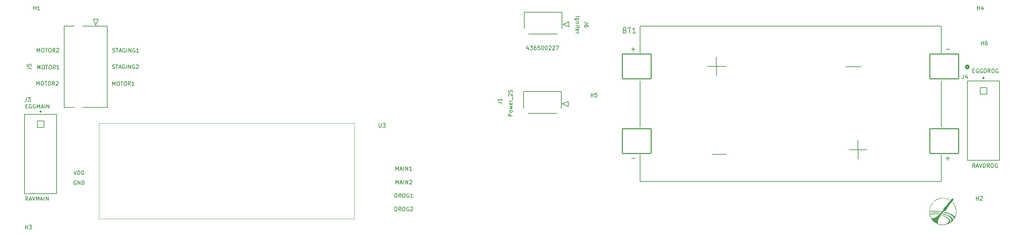
<source format=gto>
G04 #@! TF.GenerationSoftware,KiCad,Pcbnew,7.0.9*
G04 #@! TF.CreationDate,2024-04-22T21:03:38-07:00*
G04 #@! TF.ProjectId,AVcarrierBoard,41566361-7272-4696-9572-426f6172642e,rev?*
G04 #@! TF.SameCoordinates,Original*
G04 #@! TF.FileFunction,Legend,Top*
G04 #@! TF.FilePolarity,Positive*
%FSLAX46Y46*%
G04 Gerber Fmt 4.6, Leading zero omitted, Abs format (unit mm)*
G04 Created by KiCad (PCBNEW 7.0.9) date 2024-04-22 21:03:38*
%MOMM*%
%LPD*%
G01*
G04 APERTURE LIST*
G04 Aperture macros list*
%AMRoundRect*
0 Rectangle with rounded corners*
0 $1 Rounding radius*
0 $2 $3 $4 $5 $6 $7 $8 $9 X,Y pos of 4 corners*
0 Add a 4 corners polygon primitive as box body*
4,1,4,$2,$3,$4,$5,$6,$7,$8,$9,$2,$3,0*
0 Add four circle primitives for the rounded corners*
1,1,$1+$1,$2,$3*
1,1,$1+$1,$4,$5*
1,1,$1+$1,$6,$7*
1,1,$1+$1,$8,$9*
0 Add four rect primitives between the rounded corners*
20,1,$1+$1,$2,$3,$4,$5,0*
20,1,$1+$1,$4,$5,$6,$7,0*
20,1,$1+$1,$6,$7,$8,$9,0*
20,1,$1+$1,$8,$9,$2,$3,0*%
G04 Aperture macros list end*
%ADD10C,0.150000*%
%ADD11C,0.152400*%
%ADD12C,0.127000*%
%ADD13C,0.300000*%
%ADD14C,0.120000*%
%ADD15C,0.508000*%
%ADD16C,6.000000*%
%ADD17C,2.032000*%
%ADD18C,3.200000*%
%ADD19C,1.270000*%
%ADD20R,1.520000X1.520000*%
%ADD21C,1.520000*%
%ADD22RoundRect,0.102000X-0.825000X0.825000X-0.825000X-0.825000X0.825000X-0.825000X0.825000X0.825000X0*%
%ADD23C,1.854000*%
%ADD24R,2.032000X2.032000*%
%ADD25C,2.999999*%
%ADD26R,2.800000X2.800000*%
%ADD27C,2.800000*%
%ADD28C,3.450000*%
%ADD29C,2.390000*%
%ADD30RoundRect,0.102000X-3.670000X-3.175000X3.670000X-3.175000X3.670000X3.175000X-3.670000X3.175000X0*%
%ADD31C,6.560820*%
%ADD32C,3.654400*%
%ADD33C,2.387600*%
%ADD34C,5.842000*%
G04 APERTURE END LIST*
D10*
X200101200Y-81889600D02*
X204724000Y-81889600D01*
X238531400Y-100787200D02*
X238582200Y-105562400D01*
X202285600Y-79400400D02*
X202336400Y-84175600D01*
X235458000Y-81940400D02*
X239268000Y-81940400D01*
X236245400Y-103174800D02*
X240868200Y-103174800D01*
X201218800Y-104394000D02*
X204825600Y-104394000D01*
X28578630Y-78203419D02*
X28578630Y-77203419D01*
X28578630Y-77203419D02*
X28911963Y-77917704D01*
X28911963Y-77917704D02*
X29245296Y-77203419D01*
X29245296Y-77203419D02*
X29245296Y-78203419D01*
X29911963Y-77203419D02*
X30102439Y-77203419D01*
X30102439Y-77203419D02*
X30197677Y-77251038D01*
X30197677Y-77251038D02*
X30292915Y-77346276D01*
X30292915Y-77346276D02*
X30340534Y-77536752D01*
X30340534Y-77536752D02*
X30340534Y-77870085D01*
X30340534Y-77870085D02*
X30292915Y-78060561D01*
X30292915Y-78060561D02*
X30197677Y-78155800D01*
X30197677Y-78155800D02*
X30102439Y-78203419D01*
X30102439Y-78203419D02*
X29911963Y-78203419D01*
X29911963Y-78203419D02*
X29816725Y-78155800D01*
X29816725Y-78155800D02*
X29721487Y-78060561D01*
X29721487Y-78060561D02*
X29673868Y-77870085D01*
X29673868Y-77870085D02*
X29673868Y-77536752D01*
X29673868Y-77536752D02*
X29721487Y-77346276D01*
X29721487Y-77346276D02*
X29816725Y-77251038D01*
X29816725Y-77251038D02*
X29911963Y-77203419D01*
X30626249Y-77203419D02*
X31197677Y-77203419D01*
X30911963Y-78203419D02*
X30911963Y-77203419D01*
X31721487Y-77203419D02*
X31911963Y-77203419D01*
X31911963Y-77203419D02*
X32007201Y-77251038D01*
X32007201Y-77251038D02*
X32102439Y-77346276D01*
X32102439Y-77346276D02*
X32150058Y-77536752D01*
X32150058Y-77536752D02*
X32150058Y-77870085D01*
X32150058Y-77870085D02*
X32102439Y-78060561D01*
X32102439Y-78060561D02*
X32007201Y-78155800D01*
X32007201Y-78155800D02*
X31911963Y-78203419D01*
X31911963Y-78203419D02*
X31721487Y-78203419D01*
X31721487Y-78203419D02*
X31626249Y-78155800D01*
X31626249Y-78155800D02*
X31531011Y-78060561D01*
X31531011Y-78060561D02*
X31483392Y-77870085D01*
X31483392Y-77870085D02*
X31483392Y-77536752D01*
X31483392Y-77536752D02*
X31531011Y-77346276D01*
X31531011Y-77346276D02*
X31626249Y-77251038D01*
X31626249Y-77251038D02*
X31721487Y-77203419D01*
X33150058Y-78203419D02*
X32816725Y-77727228D01*
X32578630Y-78203419D02*
X32578630Y-77203419D01*
X32578630Y-77203419D02*
X32959582Y-77203419D01*
X32959582Y-77203419D02*
X33054820Y-77251038D01*
X33054820Y-77251038D02*
X33102439Y-77298657D01*
X33102439Y-77298657D02*
X33150058Y-77393895D01*
X33150058Y-77393895D02*
X33150058Y-77536752D01*
X33150058Y-77536752D02*
X33102439Y-77631990D01*
X33102439Y-77631990D02*
X33054820Y-77679609D01*
X33054820Y-77679609D02*
X32959582Y-77727228D01*
X32959582Y-77727228D02*
X32578630Y-77727228D01*
X33531011Y-77298657D02*
X33578630Y-77251038D01*
X33578630Y-77251038D02*
X33673868Y-77203419D01*
X33673868Y-77203419D02*
X33911963Y-77203419D01*
X33911963Y-77203419D02*
X34007201Y-77251038D01*
X34007201Y-77251038D02*
X34054820Y-77298657D01*
X34054820Y-77298657D02*
X34102439Y-77393895D01*
X34102439Y-77393895D02*
X34102439Y-77489133D01*
X34102439Y-77489133D02*
X34054820Y-77631990D01*
X34054820Y-77631990D02*
X33483392Y-78203419D01*
X33483392Y-78203419D02*
X34102439Y-78203419D01*
X26206607Y-116201819D02*
X25873274Y-115725628D01*
X25635179Y-116201819D02*
X25635179Y-115201819D01*
X25635179Y-115201819D02*
X26016131Y-115201819D01*
X26016131Y-115201819D02*
X26111369Y-115249438D01*
X26111369Y-115249438D02*
X26158988Y-115297057D01*
X26158988Y-115297057D02*
X26206607Y-115392295D01*
X26206607Y-115392295D02*
X26206607Y-115535152D01*
X26206607Y-115535152D02*
X26158988Y-115630390D01*
X26158988Y-115630390D02*
X26111369Y-115678009D01*
X26111369Y-115678009D02*
X26016131Y-115725628D01*
X26016131Y-115725628D02*
X25635179Y-115725628D01*
X26587560Y-115916104D02*
X27063750Y-115916104D01*
X26492322Y-116201819D02*
X26825655Y-115201819D01*
X26825655Y-115201819D02*
X27158988Y-116201819D01*
X27349465Y-115201819D02*
X27682798Y-116201819D01*
X27682798Y-116201819D02*
X28016131Y-115201819D01*
X28349465Y-116201819D02*
X28349465Y-115201819D01*
X28349465Y-115201819D02*
X28682798Y-115916104D01*
X28682798Y-115916104D02*
X29016131Y-115201819D01*
X29016131Y-115201819D02*
X29016131Y-116201819D01*
X29444703Y-115916104D02*
X29920893Y-115916104D01*
X29349465Y-116201819D02*
X29682798Y-115201819D01*
X29682798Y-115201819D02*
X30016131Y-116201819D01*
X30349465Y-116201819D02*
X30349465Y-115201819D01*
X30825655Y-116201819D02*
X30825655Y-115201819D01*
X30825655Y-115201819D02*
X31397083Y-116201819D01*
X31397083Y-116201819D02*
X31397083Y-115201819D01*
X267913430Y-82962809D02*
X268246763Y-82962809D01*
X268389620Y-83486619D02*
X267913430Y-83486619D01*
X267913430Y-83486619D02*
X267913430Y-82486619D01*
X267913430Y-82486619D02*
X268389620Y-82486619D01*
X269342001Y-82534238D02*
X269246763Y-82486619D01*
X269246763Y-82486619D02*
X269103906Y-82486619D01*
X269103906Y-82486619D02*
X268961049Y-82534238D01*
X268961049Y-82534238D02*
X268865811Y-82629476D01*
X268865811Y-82629476D02*
X268818192Y-82724714D01*
X268818192Y-82724714D02*
X268770573Y-82915190D01*
X268770573Y-82915190D02*
X268770573Y-83058047D01*
X268770573Y-83058047D02*
X268818192Y-83248523D01*
X268818192Y-83248523D02*
X268865811Y-83343761D01*
X268865811Y-83343761D02*
X268961049Y-83439000D01*
X268961049Y-83439000D02*
X269103906Y-83486619D01*
X269103906Y-83486619D02*
X269199144Y-83486619D01*
X269199144Y-83486619D02*
X269342001Y-83439000D01*
X269342001Y-83439000D02*
X269389620Y-83391380D01*
X269389620Y-83391380D02*
X269389620Y-83058047D01*
X269389620Y-83058047D02*
X269199144Y-83058047D01*
X270342001Y-82534238D02*
X270246763Y-82486619D01*
X270246763Y-82486619D02*
X270103906Y-82486619D01*
X270103906Y-82486619D02*
X269961049Y-82534238D01*
X269961049Y-82534238D02*
X269865811Y-82629476D01*
X269865811Y-82629476D02*
X269818192Y-82724714D01*
X269818192Y-82724714D02*
X269770573Y-82915190D01*
X269770573Y-82915190D02*
X269770573Y-83058047D01*
X269770573Y-83058047D02*
X269818192Y-83248523D01*
X269818192Y-83248523D02*
X269865811Y-83343761D01*
X269865811Y-83343761D02*
X269961049Y-83439000D01*
X269961049Y-83439000D02*
X270103906Y-83486619D01*
X270103906Y-83486619D02*
X270199144Y-83486619D01*
X270199144Y-83486619D02*
X270342001Y-83439000D01*
X270342001Y-83439000D02*
X270389620Y-83391380D01*
X270389620Y-83391380D02*
X270389620Y-83058047D01*
X270389620Y-83058047D02*
X270199144Y-83058047D01*
X270818192Y-83486619D02*
X270818192Y-82486619D01*
X270818192Y-82486619D02*
X271056287Y-82486619D01*
X271056287Y-82486619D02*
X271199144Y-82534238D01*
X271199144Y-82534238D02*
X271294382Y-82629476D01*
X271294382Y-82629476D02*
X271342001Y-82724714D01*
X271342001Y-82724714D02*
X271389620Y-82915190D01*
X271389620Y-82915190D02*
X271389620Y-83058047D01*
X271389620Y-83058047D02*
X271342001Y-83248523D01*
X271342001Y-83248523D02*
X271294382Y-83343761D01*
X271294382Y-83343761D02*
X271199144Y-83439000D01*
X271199144Y-83439000D02*
X271056287Y-83486619D01*
X271056287Y-83486619D02*
X270818192Y-83486619D01*
X272389620Y-83486619D02*
X272056287Y-83010428D01*
X271818192Y-83486619D02*
X271818192Y-82486619D01*
X271818192Y-82486619D02*
X272199144Y-82486619D01*
X272199144Y-82486619D02*
X272294382Y-82534238D01*
X272294382Y-82534238D02*
X272342001Y-82581857D01*
X272342001Y-82581857D02*
X272389620Y-82677095D01*
X272389620Y-82677095D02*
X272389620Y-82819952D01*
X272389620Y-82819952D02*
X272342001Y-82915190D01*
X272342001Y-82915190D02*
X272294382Y-82962809D01*
X272294382Y-82962809D02*
X272199144Y-83010428D01*
X272199144Y-83010428D02*
X271818192Y-83010428D01*
X273008668Y-82486619D02*
X273199144Y-82486619D01*
X273199144Y-82486619D02*
X273294382Y-82534238D01*
X273294382Y-82534238D02*
X273389620Y-82629476D01*
X273389620Y-82629476D02*
X273437239Y-82819952D01*
X273437239Y-82819952D02*
X273437239Y-83153285D01*
X273437239Y-83153285D02*
X273389620Y-83343761D01*
X273389620Y-83343761D02*
X273294382Y-83439000D01*
X273294382Y-83439000D02*
X273199144Y-83486619D01*
X273199144Y-83486619D02*
X273008668Y-83486619D01*
X273008668Y-83486619D02*
X272913430Y-83439000D01*
X272913430Y-83439000D02*
X272818192Y-83343761D01*
X272818192Y-83343761D02*
X272770573Y-83153285D01*
X272770573Y-83153285D02*
X272770573Y-82819952D01*
X272770573Y-82819952D02*
X272818192Y-82629476D01*
X272818192Y-82629476D02*
X272913430Y-82534238D01*
X272913430Y-82534238D02*
X273008668Y-82486619D01*
X274389620Y-82534238D02*
X274294382Y-82486619D01*
X274294382Y-82486619D02*
X274151525Y-82486619D01*
X274151525Y-82486619D02*
X274008668Y-82534238D01*
X274008668Y-82534238D02*
X273913430Y-82629476D01*
X273913430Y-82629476D02*
X273865811Y-82724714D01*
X273865811Y-82724714D02*
X273818192Y-82915190D01*
X273818192Y-82915190D02*
X273818192Y-83058047D01*
X273818192Y-83058047D02*
X273865811Y-83248523D01*
X273865811Y-83248523D02*
X273913430Y-83343761D01*
X273913430Y-83343761D02*
X274008668Y-83439000D01*
X274008668Y-83439000D02*
X274151525Y-83486619D01*
X274151525Y-83486619D02*
X274246763Y-83486619D01*
X274246763Y-83486619D02*
X274389620Y-83439000D01*
X274389620Y-83439000D02*
X274437239Y-83391380D01*
X274437239Y-83391380D02*
X274437239Y-83058047D01*
X274437239Y-83058047D02*
X274246763Y-83058047D01*
X47888760Y-78206600D02*
X48031617Y-78254219D01*
X48031617Y-78254219D02*
X48269712Y-78254219D01*
X48269712Y-78254219D02*
X48364950Y-78206600D01*
X48364950Y-78206600D02*
X48412569Y-78158980D01*
X48412569Y-78158980D02*
X48460188Y-78063742D01*
X48460188Y-78063742D02*
X48460188Y-77968504D01*
X48460188Y-77968504D02*
X48412569Y-77873266D01*
X48412569Y-77873266D02*
X48364950Y-77825647D01*
X48364950Y-77825647D02*
X48269712Y-77778028D01*
X48269712Y-77778028D02*
X48079236Y-77730409D01*
X48079236Y-77730409D02*
X47983998Y-77682790D01*
X47983998Y-77682790D02*
X47936379Y-77635171D01*
X47936379Y-77635171D02*
X47888760Y-77539933D01*
X47888760Y-77539933D02*
X47888760Y-77444695D01*
X47888760Y-77444695D02*
X47936379Y-77349457D01*
X47936379Y-77349457D02*
X47983998Y-77301838D01*
X47983998Y-77301838D02*
X48079236Y-77254219D01*
X48079236Y-77254219D02*
X48317331Y-77254219D01*
X48317331Y-77254219D02*
X48460188Y-77301838D01*
X48745903Y-77254219D02*
X49317331Y-77254219D01*
X49031617Y-78254219D02*
X49031617Y-77254219D01*
X49603046Y-77968504D02*
X50079236Y-77968504D01*
X49507808Y-78254219D02*
X49841141Y-77254219D01*
X49841141Y-77254219D02*
X50174474Y-78254219D01*
X51031617Y-77301838D02*
X50936379Y-77254219D01*
X50936379Y-77254219D02*
X50793522Y-77254219D01*
X50793522Y-77254219D02*
X50650665Y-77301838D01*
X50650665Y-77301838D02*
X50555427Y-77397076D01*
X50555427Y-77397076D02*
X50507808Y-77492314D01*
X50507808Y-77492314D02*
X50460189Y-77682790D01*
X50460189Y-77682790D02*
X50460189Y-77825647D01*
X50460189Y-77825647D02*
X50507808Y-78016123D01*
X50507808Y-78016123D02*
X50555427Y-78111361D01*
X50555427Y-78111361D02*
X50650665Y-78206600D01*
X50650665Y-78206600D02*
X50793522Y-78254219D01*
X50793522Y-78254219D02*
X50888760Y-78254219D01*
X50888760Y-78254219D02*
X51031617Y-78206600D01*
X51031617Y-78206600D02*
X51079236Y-78158980D01*
X51079236Y-78158980D02*
X51079236Y-77825647D01*
X51079236Y-77825647D02*
X50888760Y-77825647D01*
X51507808Y-78254219D02*
X51507808Y-77254219D01*
X51983998Y-78254219D02*
X51983998Y-77254219D01*
X51983998Y-77254219D02*
X52555426Y-78254219D01*
X52555426Y-78254219D02*
X52555426Y-77254219D01*
X53555426Y-77301838D02*
X53460188Y-77254219D01*
X53460188Y-77254219D02*
X53317331Y-77254219D01*
X53317331Y-77254219D02*
X53174474Y-77301838D01*
X53174474Y-77301838D02*
X53079236Y-77397076D01*
X53079236Y-77397076D02*
X53031617Y-77492314D01*
X53031617Y-77492314D02*
X52983998Y-77682790D01*
X52983998Y-77682790D02*
X52983998Y-77825647D01*
X52983998Y-77825647D02*
X53031617Y-78016123D01*
X53031617Y-78016123D02*
X53079236Y-78111361D01*
X53079236Y-78111361D02*
X53174474Y-78206600D01*
X53174474Y-78206600D02*
X53317331Y-78254219D01*
X53317331Y-78254219D02*
X53412569Y-78254219D01*
X53412569Y-78254219D02*
X53555426Y-78206600D01*
X53555426Y-78206600D02*
X53603045Y-78158980D01*
X53603045Y-78158980D02*
X53603045Y-77825647D01*
X53603045Y-77825647D02*
X53412569Y-77825647D01*
X54555426Y-78254219D02*
X53983998Y-78254219D01*
X54269712Y-78254219D02*
X54269712Y-77254219D01*
X54269712Y-77254219D02*
X54174474Y-77397076D01*
X54174474Y-77397076D02*
X54079236Y-77492314D01*
X54079236Y-77492314D02*
X53983998Y-77539933D01*
X28680230Y-82572219D02*
X28680230Y-81572219D01*
X28680230Y-81572219D02*
X29013563Y-82286504D01*
X29013563Y-82286504D02*
X29346896Y-81572219D01*
X29346896Y-81572219D02*
X29346896Y-82572219D01*
X30013563Y-81572219D02*
X30204039Y-81572219D01*
X30204039Y-81572219D02*
X30299277Y-81619838D01*
X30299277Y-81619838D02*
X30394515Y-81715076D01*
X30394515Y-81715076D02*
X30442134Y-81905552D01*
X30442134Y-81905552D02*
X30442134Y-82238885D01*
X30442134Y-82238885D02*
X30394515Y-82429361D01*
X30394515Y-82429361D02*
X30299277Y-82524600D01*
X30299277Y-82524600D02*
X30204039Y-82572219D01*
X30204039Y-82572219D02*
X30013563Y-82572219D01*
X30013563Y-82572219D02*
X29918325Y-82524600D01*
X29918325Y-82524600D02*
X29823087Y-82429361D01*
X29823087Y-82429361D02*
X29775468Y-82238885D01*
X29775468Y-82238885D02*
X29775468Y-81905552D01*
X29775468Y-81905552D02*
X29823087Y-81715076D01*
X29823087Y-81715076D02*
X29918325Y-81619838D01*
X29918325Y-81619838D02*
X30013563Y-81572219D01*
X30727849Y-81572219D02*
X31299277Y-81572219D01*
X31013563Y-82572219D02*
X31013563Y-81572219D01*
X31823087Y-81572219D02*
X32013563Y-81572219D01*
X32013563Y-81572219D02*
X32108801Y-81619838D01*
X32108801Y-81619838D02*
X32204039Y-81715076D01*
X32204039Y-81715076D02*
X32251658Y-81905552D01*
X32251658Y-81905552D02*
X32251658Y-82238885D01*
X32251658Y-82238885D02*
X32204039Y-82429361D01*
X32204039Y-82429361D02*
X32108801Y-82524600D01*
X32108801Y-82524600D02*
X32013563Y-82572219D01*
X32013563Y-82572219D02*
X31823087Y-82572219D01*
X31823087Y-82572219D02*
X31727849Y-82524600D01*
X31727849Y-82524600D02*
X31632611Y-82429361D01*
X31632611Y-82429361D02*
X31584992Y-82238885D01*
X31584992Y-82238885D02*
X31584992Y-81905552D01*
X31584992Y-81905552D02*
X31632611Y-81715076D01*
X31632611Y-81715076D02*
X31727849Y-81619838D01*
X31727849Y-81619838D02*
X31823087Y-81572219D01*
X33251658Y-82572219D02*
X32918325Y-82096028D01*
X32680230Y-82572219D02*
X32680230Y-81572219D01*
X32680230Y-81572219D02*
X33061182Y-81572219D01*
X33061182Y-81572219D02*
X33156420Y-81619838D01*
X33156420Y-81619838D02*
X33204039Y-81667457D01*
X33204039Y-81667457D02*
X33251658Y-81762695D01*
X33251658Y-81762695D02*
X33251658Y-81905552D01*
X33251658Y-81905552D02*
X33204039Y-82000790D01*
X33204039Y-82000790D02*
X33156420Y-82048409D01*
X33156420Y-82048409D02*
X33061182Y-82096028D01*
X33061182Y-82096028D02*
X32680230Y-82096028D01*
X34204039Y-82572219D02*
X33632611Y-82572219D01*
X33918325Y-82572219D02*
X33918325Y-81572219D01*
X33918325Y-81572219D02*
X33823087Y-81715076D01*
X33823087Y-81715076D02*
X33727849Y-81810314D01*
X33727849Y-81810314D02*
X33632611Y-81857933D01*
X47837960Y-82372200D02*
X47980817Y-82419819D01*
X47980817Y-82419819D02*
X48218912Y-82419819D01*
X48218912Y-82419819D02*
X48314150Y-82372200D01*
X48314150Y-82372200D02*
X48361769Y-82324580D01*
X48361769Y-82324580D02*
X48409388Y-82229342D01*
X48409388Y-82229342D02*
X48409388Y-82134104D01*
X48409388Y-82134104D02*
X48361769Y-82038866D01*
X48361769Y-82038866D02*
X48314150Y-81991247D01*
X48314150Y-81991247D02*
X48218912Y-81943628D01*
X48218912Y-81943628D02*
X48028436Y-81896009D01*
X48028436Y-81896009D02*
X47933198Y-81848390D01*
X47933198Y-81848390D02*
X47885579Y-81800771D01*
X47885579Y-81800771D02*
X47837960Y-81705533D01*
X47837960Y-81705533D02*
X47837960Y-81610295D01*
X47837960Y-81610295D02*
X47885579Y-81515057D01*
X47885579Y-81515057D02*
X47933198Y-81467438D01*
X47933198Y-81467438D02*
X48028436Y-81419819D01*
X48028436Y-81419819D02*
X48266531Y-81419819D01*
X48266531Y-81419819D02*
X48409388Y-81467438D01*
X48695103Y-81419819D02*
X49266531Y-81419819D01*
X48980817Y-82419819D02*
X48980817Y-81419819D01*
X49552246Y-82134104D02*
X50028436Y-82134104D01*
X49457008Y-82419819D02*
X49790341Y-81419819D01*
X49790341Y-81419819D02*
X50123674Y-82419819D01*
X50980817Y-81467438D02*
X50885579Y-81419819D01*
X50885579Y-81419819D02*
X50742722Y-81419819D01*
X50742722Y-81419819D02*
X50599865Y-81467438D01*
X50599865Y-81467438D02*
X50504627Y-81562676D01*
X50504627Y-81562676D02*
X50457008Y-81657914D01*
X50457008Y-81657914D02*
X50409389Y-81848390D01*
X50409389Y-81848390D02*
X50409389Y-81991247D01*
X50409389Y-81991247D02*
X50457008Y-82181723D01*
X50457008Y-82181723D02*
X50504627Y-82276961D01*
X50504627Y-82276961D02*
X50599865Y-82372200D01*
X50599865Y-82372200D02*
X50742722Y-82419819D01*
X50742722Y-82419819D02*
X50837960Y-82419819D01*
X50837960Y-82419819D02*
X50980817Y-82372200D01*
X50980817Y-82372200D02*
X51028436Y-82324580D01*
X51028436Y-82324580D02*
X51028436Y-81991247D01*
X51028436Y-81991247D02*
X50837960Y-81991247D01*
X51457008Y-82419819D02*
X51457008Y-81419819D01*
X51933198Y-82419819D02*
X51933198Y-81419819D01*
X51933198Y-81419819D02*
X52504626Y-82419819D01*
X52504626Y-82419819D02*
X52504626Y-81419819D01*
X53504626Y-81467438D02*
X53409388Y-81419819D01*
X53409388Y-81419819D02*
X53266531Y-81419819D01*
X53266531Y-81419819D02*
X53123674Y-81467438D01*
X53123674Y-81467438D02*
X53028436Y-81562676D01*
X53028436Y-81562676D02*
X52980817Y-81657914D01*
X52980817Y-81657914D02*
X52933198Y-81848390D01*
X52933198Y-81848390D02*
X52933198Y-81991247D01*
X52933198Y-81991247D02*
X52980817Y-82181723D01*
X52980817Y-82181723D02*
X53028436Y-82276961D01*
X53028436Y-82276961D02*
X53123674Y-82372200D01*
X53123674Y-82372200D02*
X53266531Y-82419819D01*
X53266531Y-82419819D02*
X53361769Y-82419819D01*
X53361769Y-82419819D02*
X53504626Y-82372200D01*
X53504626Y-82372200D02*
X53552245Y-82324580D01*
X53552245Y-82324580D02*
X53552245Y-81991247D01*
X53552245Y-81991247D02*
X53361769Y-81991247D01*
X53933198Y-81515057D02*
X53980817Y-81467438D01*
X53980817Y-81467438D02*
X54076055Y-81419819D01*
X54076055Y-81419819D02*
X54314150Y-81419819D01*
X54314150Y-81419819D02*
X54409388Y-81467438D01*
X54409388Y-81467438D02*
X54457007Y-81515057D01*
X54457007Y-81515057D02*
X54504626Y-81610295D01*
X54504626Y-81610295D02*
X54504626Y-81705533D01*
X54504626Y-81705533D02*
X54457007Y-81848390D01*
X54457007Y-81848390D02*
X53885579Y-82419819D01*
X53885579Y-82419819D02*
X54504626Y-82419819D01*
X268472134Y-107769019D02*
X268138801Y-107292828D01*
X267900706Y-107769019D02*
X267900706Y-106769019D01*
X267900706Y-106769019D02*
X268281658Y-106769019D01*
X268281658Y-106769019D02*
X268376896Y-106816638D01*
X268376896Y-106816638D02*
X268424515Y-106864257D01*
X268424515Y-106864257D02*
X268472134Y-106959495D01*
X268472134Y-106959495D02*
X268472134Y-107102352D01*
X268472134Y-107102352D02*
X268424515Y-107197590D01*
X268424515Y-107197590D02*
X268376896Y-107245209D01*
X268376896Y-107245209D02*
X268281658Y-107292828D01*
X268281658Y-107292828D02*
X267900706Y-107292828D01*
X268853087Y-107483304D02*
X269329277Y-107483304D01*
X268757849Y-107769019D02*
X269091182Y-106769019D01*
X269091182Y-106769019D02*
X269424515Y-107769019D01*
X269614992Y-106769019D02*
X269948325Y-107769019D01*
X269948325Y-107769019D02*
X270281658Y-106769019D01*
X270614992Y-107769019D02*
X270614992Y-106769019D01*
X270614992Y-106769019D02*
X270853087Y-106769019D01*
X270853087Y-106769019D02*
X270995944Y-106816638D01*
X270995944Y-106816638D02*
X271091182Y-106911876D01*
X271091182Y-106911876D02*
X271138801Y-107007114D01*
X271138801Y-107007114D02*
X271186420Y-107197590D01*
X271186420Y-107197590D02*
X271186420Y-107340447D01*
X271186420Y-107340447D02*
X271138801Y-107530923D01*
X271138801Y-107530923D02*
X271091182Y-107626161D01*
X271091182Y-107626161D02*
X270995944Y-107721400D01*
X270995944Y-107721400D02*
X270853087Y-107769019D01*
X270853087Y-107769019D02*
X270614992Y-107769019D01*
X272186420Y-107769019D02*
X271853087Y-107292828D01*
X271614992Y-107769019D02*
X271614992Y-106769019D01*
X271614992Y-106769019D02*
X271995944Y-106769019D01*
X271995944Y-106769019D02*
X272091182Y-106816638D01*
X272091182Y-106816638D02*
X272138801Y-106864257D01*
X272138801Y-106864257D02*
X272186420Y-106959495D01*
X272186420Y-106959495D02*
X272186420Y-107102352D01*
X272186420Y-107102352D02*
X272138801Y-107197590D01*
X272138801Y-107197590D02*
X272091182Y-107245209D01*
X272091182Y-107245209D02*
X271995944Y-107292828D01*
X271995944Y-107292828D02*
X271614992Y-107292828D01*
X272805468Y-106769019D02*
X272995944Y-106769019D01*
X272995944Y-106769019D02*
X273091182Y-106816638D01*
X273091182Y-106816638D02*
X273186420Y-106911876D01*
X273186420Y-106911876D02*
X273234039Y-107102352D01*
X273234039Y-107102352D02*
X273234039Y-107435685D01*
X273234039Y-107435685D02*
X273186420Y-107626161D01*
X273186420Y-107626161D02*
X273091182Y-107721400D01*
X273091182Y-107721400D02*
X272995944Y-107769019D01*
X272995944Y-107769019D02*
X272805468Y-107769019D01*
X272805468Y-107769019D02*
X272710230Y-107721400D01*
X272710230Y-107721400D02*
X272614992Y-107626161D01*
X272614992Y-107626161D02*
X272567373Y-107435685D01*
X272567373Y-107435685D02*
X272567373Y-107102352D01*
X272567373Y-107102352D02*
X272614992Y-106911876D01*
X272614992Y-106911876D02*
X272710230Y-106816638D01*
X272710230Y-106816638D02*
X272805468Y-106769019D01*
X274186420Y-106816638D02*
X274091182Y-106769019D01*
X274091182Y-106769019D02*
X273948325Y-106769019D01*
X273948325Y-106769019D02*
X273805468Y-106816638D01*
X273805468Y-106816638D02*
X273710230Y-106911876D01*
X273710230Y-106911876D02*
X273662611Y-107007114D01*
X273662611Y-107007114D02*
X273614992Y-107197590D01*
X273614992Y-107197590D02*
X273614992Y-107340447D01*
X273614992Y-107340447D02*
X273662611Y-107530923D01*
X273662611Y-107530923D02*
X273710230Y-107626161D01*
X273710230Y-107626161D02*
X273805468Y-107721400D01*
X273805468Y-107721400D02*
X273948325Y-107769019D01*
X273948325Y-107769019D02*
X274043563Y-107769019D01*
X274043563Y-107769019D02*
X274186420Y-107721400D01*
X274186420Y-107721400D02*
X274234039Y-107673780D01*
X274234039Y-107673780D02*
X274234039Y-107340447D01*
X274234039Y-107340447D02*
X274043563Y-107340447D01*
X25635179Y-92056009D02*
X25968512Y-92056009D01*
X26111369Y-92579819D02*
X25635179Y-92579819D01*
X25635179Y-92579819D02*
X25635179Y-91579819D01*
X25635179Y-91579819D02*
X26111369Y-91579819D01*
X27063750Y-91627438D02*
X26968512Y-91579819D01*
X26968512Y-91579819D02*
X26825655Y-91579819D01*
X26825655Y-91579819D02*
X26682798Y-91627438D01*
X26682798Y-91627438D02*
X26587560Y-91722676D01*
X26587560Y-91722676D02*
X26539941Y-91817914D01*
X26539941Y-91817914D02*
X26492322Y-92008390D01*
X26492322Y-92008390D02*
X26492322Y-92151247D01*
X26492322Y-92151247D02*
X26539941Y-92341723D01*
X26539941Y-92341723D02*
X26587560Y-92436961D01*
X26587560Y-92436961D02*
X26682798Y-92532200D01*
X26682798Y-92532200D02*
X26825655Y-92579819D01*
X26825655Y-92579819D02*
X26920893Y-92579819D01*
X26920893Y-92579819D02*
X27063750Y-92532200D01*
X27063750Y-92532200D02*
X27111369Y-92484580D01*
X27111369Y-92484580D02*
X27111369Y-92151247D01*
X27111369Y-92151247D02*
X26920893Y-92151247D01*
X28063750Y-91627438D02*
X27968512Y-91579819D01*
X27968512Y-91579819D02*
X27825655Y-91579819D01*
X27825655Y-91579819D02*
X27682798Y-91627438D01*
X27682798Y-91627438D02*
X27587560Y-91722676D01*
X27587560Y-91722676D02*
X27539941Y-91817914D01*
X27539941Y-91817914D02*
X27492322Y-92008390D01*
X27492322Y-92008390D02*
X27492322Y-92151247D01*
X27492322Y-92151247D02*
X27539941Y-92341723D01*
X27539941Y-92341723D02*
X27587560Y-92436961D01*
X27587560Y-92436961D02*
X27682798Y-92532200D01*
X27682798Y-92532200D02*
X27825655Y-92579819D01*
X27825655Y-92579819D02*
X27920893Y-92579819D01*
X27920893Y-92579819D02*
X28063750Y-92532200D01*
X28063750Y-92532200D02*
X28111369Y-92484580D01*
X28111369Y-92484580D02*
X28111369Y-92151247D01*
X28111369Y-92151247D02*
X27920893Y-92151247D01*
X28539941Y-92579819D02*
X28539941Y-91579819D01*
X28539941Y-91579819D02*
X28873274Y-92294104D01*
X28873274Y-92294104D02*
X29206607Y-91579819D01*
X29206607Y-91579819D02*
X29206607Y-92579819D01*
X29635179Y-92294104D02*
X30111369Y-92294104D01*
X29539941Y-92579819D02*
X29873274Y-91579819D01*
X29873274Y-91579819D02*
X30206607Y-92579819D01*
X30539941Y-92579819D02*
X30539941Y-91579819D01*
X31016131Y-92579819D02*
X31016131Y-91579819D01*
X31016131Y-91579819D02*
X31587559Y-92579819D01*
X31587559Y-92579819D02*
X31587559Y-91579819D01*
X47885579Y-86737819D02*
X47885579Y-85737819D01*
X47885579Y-85737819D02*
X48218912Y-86452104D01*
X48218912Y-86452104D02*
X48552245Y-85737819D01*
X48552245Y-85737819D02*
X48552245Y-86737819D01*
X49218912Y-85737819D02*
X49409388Y-85737819D01*
X49409388Y-85737819D02*
X49504626Y-85785438D01*
X49504626Y-85785438D02*
X49599864Y-85880676D01*
X49599864Y-85880676D02*
X49647483Y-86071152D01*
X49647483Y-86071152D02*
X49647483Y-86404485D01*
X49647483Y-86404485D02*
X49599864Y-86594961D01*
X49599864Y-86594961D02*
X49504626Y-86690200D01*
X49504626Y-86690200D02*
X49409388Y-86737819D01*
X49409388Y-86737819D02*
X49218912Y-86737819D01*
X49218912Y-86737819D02*
X49123674Y-86690200D01*
X49123674Y-86690200D02*
X49028436Y-86594961D01*
X49028436Y-86594961D02*
X48980817Y-86404485D01*
X48980817Y-86404485D02*
X48980817Y-86071152D01*
X48980817Y-86071152D02*
X49028436Y-85880676D01*
X49028436Y-85880676D02*
X49123674Y-85785438D01*
X49123674Y-85785438D02*
X49218912Y-85737819D01*
X49933198Y-85737819D02*
X50504626Y-85737819D01*
X50218912Y-86737819D02*
X50218912Y-85737819D01*
X51028436Y-85737819D02*
X51218912Y-85737819D01*
X51218912Y-85737819D02*
X51314150Y-85785438D01*
X51314150Y-85785438D02*
X51409388Y-85880676D01*
X51409388Y-85880676D02*
X51457007Y-86071152D01*
X51457007Y-86071152D02*
X51457007Y-86404485D01*
X51457007Y-86404485D02*
X51409388Y-86594961D01*
X51409388Y-86594961D02*
X51314150Y-86690200D01*
X51314150Y-86690200D02*
X51218912Y-86737819D01*
X51218912Y-86737819D02*
X51028436Y-86737819D01*
X51028436Y-86737819D02*
X50933198Y-86690200D01*
X50933198Y-86690200D02*
X50837960Y-86594961D01*
X50837960Y-86594961D02*
X50790341Y-86404485D01*
X50790341Y-86404485D02*
X50790341Y-86071152D01*
X50790341Y-86071152D02*
X50837960Y-85880676D01*
X50837960Y-85880676D02*
X50933198Y-85785438D01*
X50933198Y-85785438D02*
X51028436Y-85737819D01*
X52457007Y-86737819D02*
X52123674Y-86261628D01*
X51885579Y-86737819D02*
X51885579Y-85737819D01*
X51885579Y-85737819D02*
X52266531Y-85737819D01*
X52266531Y-85737819D02*
X52361769Y-85785438D01*
X52361769Y-85785438D02*
X52409388Y-85833057D01*
X52409388Y-85833057D02*
X52457007Y-85928295D01*
X52457007Y-85928295D02*
X52457007Y-86071152D01*
X52457007Y-86071152D02*
X52409388Y-86166390D01*
X52409388Y-86166390D02*
X52361769Y-86214009D01*
X52361769Y-86214009D02*
X52266531Y-86261628D01*
X52266531Y-86261628D02*
X51885579Y-86261628D01*
X53409388Y-86737819D02*
X52837960Y-86737819D01*
X53123674Y-86737819D02*
X53123674Y-85737819D01*
X53123674Y-85737819D02*
X53028436Y-85880676D01*
X53028436Y-85880676D02*
X52933198Y-85975914D01*
X52933198Y-85975914D02*
X52837960Y-86023533D01*
X28477030Y-86687019D02*
X28477030Y-85687019D01*
X28477030Y-85687019D02*
X28810363Y-86401304D01*
X28810363Y-86401304D02*
X29143696Y-85687019D01*
X29143696Y-85687019D02*
X29143696Y-86687019D01*
X29810363Y-85687019D02*
X30000839Y-85687019D01*
X30000839Y-85687019D02*
X30096077Y-85734638D01*
X30096077Y-85734638D02*
X30191315Y-85829876D01*
X30191315Y-85829876D02*
X30238934Y-86020352D01*
X30238934Y-86020352D02*
X30238934Y-86353685D01*
X30238934Y-86353685D02*
X30191315Y-86544161D01*
X30191315Y-86544161D02*
X30096077Y-86639400D01*
X30096077Y-86639400D02*
X30000839Y-86687019D01*
X30000839Y-86687019D02*
X29810363Y-86687019D01*
X29810363Y-86687019D02*
X29715125Y-86639400D01*
X29715125Y-86639400D02*
X29619887Y-86544161D01*
X29619887Y-86544161D02*
X29572268Y-86353685D01*
X29572268Y-86353685D02*
X29572268Y-86020352D01*
X29572268Y-86020352D02*
X29619887Y-85829876D01*
X29619887Y-85829876D02*
X29715125Y-85734638D01*
X29715125Y-85734638D02*
X29810363Y-85687019D01*
X30524649Y-85687019D02*
X31096077Y-85687019D01*
X30810363Y-86687019D02*
X30810363Y-85687019D01*
X31619887Y-85687019D02*
X31810363Y-85687019D01*
X31810363Y-85687019D02*
X31905601Y-85734638D01*
X31905601Y-85734638D02*
X32000839Y-85829876D01*
X32000839Y-85829876D02*
X32048458Y-86020352D01*
X32048458Y-86020352D02*
X32048458Y-86353685D01*
X32048458Y-86353685D02*
X32000839Y-86544161D01*
X32000839Y-86544161D02*
X31905601Y-86639400D01*
X31905601Y-86639400D02*
X31810363Y-86687019D01*
X31810363Y-86687019D02*
X31619887Y-86687019D01*
X31619887Y-86687019D02*
X31524649Y-86639400D01*
X31524649Y-86639400D02*
X31429411Y-86544161D01*
X31429411Y-86544161D02*
X31381792Y-86353685D01*
X31381792Y-86353685D02*
X31381792Y-86020352D01*
X31381792Y-86020352D02*
X31429411Y-85829876D01*
X31429411Y-85829876D02*
X31524649Y-85734638D01*
X31524649Y-85734638D02*
X31619887Y-85687019D01*
X33048458Y-86687019D02*
X32715125Y-86210828D01*
X32477030Y-86687019D02*
X32477030Y-85687019D01*
X32477030Y-85687019D02*
X32857982Y-85687019D01*
X32857982Y-85687019D02*
X32953220Y-85734638D01*
X32953220Y-85734638D02*
X33000839Y-85782257D01*
X33000839Y-85782257D02*
X33048458Y-85877495D01*
X33048458Y-85877495D02*
X33048458Y-86020352D01*
X33048458Y-86020352D02*
X33000839Y-86115590D01*
X33000839Y-86115590D02*
X32953220Y-86163209D01*
X32953220Y-86163209D02*
X32857982Y-86210828D01*
X32857982Y-86210828D02*
X32477030Y-86210828D01*
X33429411Y-85782257D02*
X33477030Y-85734638D01*
X33477030Y-85734638D02*
X33572268Y-85687019D01*
X33572268Y-85687019D02*
X33810363Y-85687019D01*
X33810363Y-85687019D02*
X33905601Y-85734638D01*
X33905601Y-85734638D02*
X33953220Y-85782257D01*
X33953220Y-85782257D02*
X34000839Y-85877495D01*
X34000839Y-85877495D02*
X34000839Y-85972733D01*
X34000839Y-85972733D02*
X33953220Y-86115590D01*
X33953220Y-86115590D02*
X33381792Y-86687019D01*
X33381792Y-86687019D02*
X34000839Y-86687019D01*
X170238095Y-89704819D02*
X170238095Y-88704819D01*
X170238095Y-89181009D02*
X170809523Y-89181009D01*
X170809523Y-89704819D02*
X170809523Y-88704819D01*
X171761904Y-88704819D02*
X171285714Y-88704819D01*
X171285714Y-88704819D02*
X171238095Y-89181009D01*
X171238095Y-89181009D02*
X171285714Y-89133390D01*
X171285714Y-89133390D02*
X171380952Y-89085771D01*
X171380952Y-89085771D02*
X171619047Y-89085771D01*
X171619047Y-89085771D02*
X171714285Y-89133390D01*
X171714285Y-89133390D02*
X171761904Y-89181009D01*
X171761904Y-89181009D02*
X171809523Y-89276247D01*
X171809523Y-89276247D02*
X171809523Y-89514342D01*
X171809523Y-89514342D02*
X171761904Y-89609580D01*
X171761904Y-89609580D02*
X171714285Y-89657200D01*
X171714285Y-89657200D02*
X171619047Y-89704819D01*
X171619047Y-89704819D02*
X171380952Y-89704819D01*
X171380952Y-89704819D02*
X171285714Y-89657200D01*
X171285714Y-89657200D02*
X171238095Y-89609580D01*
X146419219Y-91112933D02*
X147133504Y-91112933D01*
X147133504Y-91112933D02*
X147276361Y-91160552D01*
X147276361Y-91160552D02*
X147371600Y-91255790D01*
X147371600Y-91255790D02*
X147419219Y-91398647D01*
X147419219Y-91398647D02*
X147419219Y-91493885D01*
X147419219Y-90112933D02*
X147419219Y-90684361D01*
X147419219Y-90398647D02*
X146419219Y-90398647D01*
X146419219Y-90398647D02*
X146562076Y-90493885D01*
X146562076Y-90493885D02*
X146657314Y-90589123D01*
X146657314Y-90589123D02*
X146704933Y-90684361D01*
X154243351Y-76943151D02*
X154243351Y-77609818D01*
X154005256Y-76562199D02*
X153767161Y-77276484D01*
X153767161Y-77276484D02*
X154386208Y-77276484D01*
X154671923Y-76609818D02*
X155290970Y-76609818D01*
X155290970Y-76609818D02*
X154957637Y-76990770D01*
X154957637Y-76990770D02*
X155100494Y-76990770D01*
X155100494Y-76990770D02*
X155195732Y-77038389D01*
X155195732Y-77038389D02*
X155243351Y-77086008D01*
X155243351Y-77086008D02*
X155290970Y-77181246D01*
X155290970Y-77181246D02*
X155290970Y-77419341D01*
X155290970Y-77419341D02*
X155243351Y-77514579D01*
X155243351Y-77514579D02*
X155195732Y-77562199D01*
X155195732Y-77562199D02*
X155100494Y-77609818D01*
X155100494Y-77609818D02*
X154814780Y-77609818D01*
X154814780Y-77609818D02*
X154719542Y-77562199D01*
X154719542Y-77562199D02*
X154671923Y-77514579D01*
X156148113Y-76609818D02*
X155957637Y-76609818D01*
X155957637Y-76609818D02*
X155862399Y-76657437D01*
X155862399Y-76657437D02*
X155814780Y-76705056D01*
X155814780Y-76705056D02*
X155719542Y-76847913D01*
X155719542Y-76847913D02*
X155671923Y-77038389D01*
X155671923Y-77038389D02*
X155671923Y-77419341D01*
X155671923Y-77419341D02*
X155719542Y-77514579D01*
X155719542Y-77514579D02*
X155767161Y-77562199D01*
X155767161Y-77562199D02*
X155862399Y-77609818D01*
X155862399Y-77609818D02*
X156052875Y-77609818D01*
X156052875Y-77609818D02*
X156148113Y-77562199D01*
X156148113Y-77562199D02*
X156195732Y-77514579D01*
X156195732Y-77514579D02*
X156243351Y-77419341D01*
X156243351Y-77419341D02*
X156243351Y-77181246D01*
X156243351Y-77181246D02*
X156195732Y-77086008D01*
X156195732Y-77086008D02*
X156148113Y-77038389D01*
X156148113Y-77038389D02*
X156052875Y-76990770D01*
X156052875Y-76990770D02*
X155862399Y-76990770D01*
X155862399Y-76990770D02*
X155767161Y-77038389D01*
X155767161Y-77038389D02*
X155719542Y-77086008D01*
X155719542Y-77086008D02*
X155671923Y-77181246D01*
X157148113Y-76609818D02*
X156671923Y-76609818D01*
X156671923Y-76609818D02*
X156624304Y-77086008D01*
X156624304Y-77086008D02*
X156671923Y-77038389D01*
X156671923Y-77038389D02*
X156767161Y-76990770D01*
X156767161Y-76990770D02*
X157005256Y-76990770D01*
X157005256Y-76990770D02*
X157100494Y-77038389D01*
X157100494Y-77038389D02*
X157148113Y-77086008D01*
X157148113Y-77086008D02*
X157195732Y-77181246D01*
X157195732Y-77181246D02*
X157195732Y-77419341D01*
X157195732Y-77419341D02*
X157148113Y-77514579D01*
X157148113Y-77514579D02*
X157100494Y-77562199D01*
X157100494Y-77562199D02*
X157005256Y-77609818D01*
X157005256Y-77609818D02*
X156767161Y-77609818D01*
X156767161Y-77609818D02*
X156671923Y-77562199D01*
X156671923Y-77562199D02*
X156624304Y-77514579D01*
X157814780Y-76609818D02*
X157910018Y-76609818D01*
X157910018Y-76609818D02*
X158005256Y-76657437D01*
X158005256Y-76657437D02*
X158052875Y-76705056D01*
X158052875Y-76705056D02*
X158100494Y-76800294D01*
X158100494Y-76800294D02*
X158148113Y-76990770D01*
X158148113Y-76990770D02*
X158148113Y-77228865D01*
X158148113Y-77228865D02*
X158100494Y-77419341D01*
X158100494Y-77419341D02*
X158052875Y-77514579D01*
X158052875Y-77514579D02*
X158005256Y-77562199D01*
X158005256Y-77562199D02*
X157910018Y-77609818D01*
X157910018Y-77609818D02*
X157814780Y-77609818D01*
X157814780Y-77609818D02*
X157719542Y-77562199D01*
X157719542Y-77562199D02*
X157671923Y-77514579D01*
X157671923Y-77514579D02*
X157624304Y-77419341D01*
X157624304Y-77419341D02*
X157576685Y-77228865D01*
X157576685Y-77228865D02*
X157576685Y-76990770D01*
X157576685Y-76990770D02*
X157624304Y-76800294D01*
X157624304Y-76800294D02*
X157671923Y-76705056D01*
X157671923Y-76705056D02*
X157719542Y-76657437D01*
X157719542Y-76657437D02*
X157814780Y-76609818D01*
X158767161Y-76609818D02*
X158862399Y-76609818D01*
X158862399Y-76609818D02*
X158957637Y-76657437D01*
X158957637Y-76657437D02*
X159005256Y-76705056D01*
X159005256Y-76705056D02*
X159052875Y-76800294D01*
X159052875Y-76800294D02*
X159100494Y-76990770D01*
X159100494Y-76990770D02*
X159100494Y-77228865D01*
X159100494Y-77228865D02*
X159052875Y-77419341D01*
X159052875Y-77419341D02*
X159005256Y-77514579D01*
X159005256Y-77514579D02*
X158957637Y-77562199D01*
X158957637Y-77562199D02*
X158862399Y-77609818D01*
X158862399Y-77609818D02*
X158767161Y-77609818D01*
X158767161Y-77609818D02*
X158671923Y-77562199D01*
X158671923Y-77562199D02*
X158624304Y-77514579D01*
X158624304Y-77514579D02*
X158576685Y-77419341D01*
X158576685Y-77419341D02*
X158529066Y-77228865D01*
X158529066Y-77228865D02*
X158529066Y-76990770D01*
X158529066Y-76990770D02*
X158576685Y-76800294D01*
X158576685Y-76800294D02*
X158624304Y-76705056D01*
X158624304Y-76705056D02*
X158671923Y-76657437D01*
X158671923Y-76657437D02*
X158767161Y-76609818D01*
X159481447Y-76705056D02*
X159529066Y-76657437D01*
X159529066Y-76657437D02*
X159624304Y-76609818D01*
X159624304Y-76609818D02*
X159862399Y-76609818D01*
X159862399Y-76609818D02*
X159957637Y-76657437D01*
X159957637Y-76657437D02*
X160005256Y-76705056D01*
X160005256Y-76705056D02*
X160052875Y-76800294D01*
X160052875Y-76800294D02*
X160052875Y-76895532D01*
X160052875Y-76895532D02*
X160005256Y-77038389D01*
X160005256Y-77038389D02*
X159433828Y-77609818D01*
X159433828Y-77609818D02*
X160052875Y-77609818D01*
X160433828Y-76705056D02*
X160481447Y-76657437D01*
X160481447Y-76657437D02*
X160576685Y-76609818D01*
X160576685Y-76609818D02*
X160814780Y-76609818D01*
X160814780Y-76609818D02*
X160910018Y-76657437D01*
X160910018Y-76657437D02*
X160957637Y-76705056D01*
X160957637Y-76705056D02*
X161005256Y-76800294D01*
X161005256Y-76800294D02*
X161005256Y-76895532D01*
X161005256Y-76895532D02*
X160957637Y-77038389D01*
X160957637Y-77038389D02*
X160386209Y-77609818D01*
X160386209Y-77609818D02*
X161005256Y-77609818D01*
X161338590Y-76609818D02*
X162005256Y-76609818D01*
X162005256Y-76609818D02*
X161576685Y-77609818D01*
X150111619Y-94597123D02*
X149111619Y-94597123D01*
X149111619Y-94597123D02*
X149111619Y-94216171D01*
X149111619Y-94216171D02*
X149159238Y-94120933D01*
X149159238Y-94120933D02*
X149206857Y-94073314D01*
X149206857Y-94073314D02*
X149302095Y-94025695D01*
X149302095Y-94025695D02*
X149444952Y-94025695D01*
X149444952Y-94025695D02*
X149540190Y-94073314D01*
X149540190Y-94073314D02*
X149587809Y-94120933D01*
X149587809Y-94120933D02*
X149635428Y-94216171D01*
X149635428Y-94216171D02*
X149635428Y-94597123D01*
X150111619Y-93454266D02*
X150064000Y-93549504D01*
X150064000Y-93549504D02*
X150016380Y-93597123D01*
X150016380Y-93597123D02*
X149921142Y-93644742D01*
X149921142Y-93644742D02*
X149635428Y-93644742D01*
X149635428Y-93644742D02*
X149540190Y-93597123D01*
X149540190Y-93597123D02*
X149492571Y-93549504D01*
X149492571Y-93549504D02*
X149444952Y-93454266D01*
X149444952Y-93454266D02*
X149444952Y-93311409D01*
X149444952Y-93311409D02*
X149492571Y-93216171D01*
X149492571Y-93216171D02*
X149540190Y-93168552D01*
X149540190Y-93168552D02*
X149635428Y-93120933D01*
X149635428Y-93120933D02*
X149921142Y-93120933D01*
X149921142Y-93120933D02*
X150016380Y-93168552D01*
X150016380Y-93168552D02*
X150064000Y-93216171D01*
X150064000Y-93216171D02*
X150111619Y-93311409D01*
X150111619Y-93311409D02*
X150111619Y-93454266D01*
X149444952Y-92787599D02*
X150111619Y-92597123D01*
X150111619Y-92597123D02*
X149635428Y-92406647D01*
X149635428Y-92406647D02*
X150111619Y-92216171D01*
X150111619Y-92216171D02*
X149444952Y-92025695D01*
X150064000Y-91263790D02*
X150111619Y-91359028D01*
X150111619Y-91359028D02*
X150111619Y-91549504D01*
X150111619Y-91549504D02*
X150064000Y-91644742D01*
X150064000Y-91644742D02*
X149968761Y-91692361D01*
X149968761Y-91692361D02*
X149587809Y-91692361D01*
X149587809Y-91692361D02*
X149492571Y-91644742D01*
X149492571Y-91644742D02*
X149444952Y-91549504D01*
X149444952Y-91549504D02*
X149444952Y-91359028D01*
X149444952Y-91359028D02*
X149492571Y-91263790D01*
X149492571Y-91263790D02*
X149587809Y-91216171D01*
X149587809Y-91216171D02*
X149683047Y-91216171D01*
X149683047Y-91216171D02*
X149778285Y-91692361D01*
X150111619Y-90787599D02*
X149444952Y-90787599D01*
X149635428Y-90787599D02*
X149540190Y-90739980D01*
X149540190Y-90739980D02*
X149492571Y-90692361D01*
X149492571Y-90692361D02*
X149444952Y-90597123D01*
X149444952Y-90597123D02*
X149444952Y-90501885D01*
X150206857Y-90406647D02*
X150206857Y-89644742D01*
X149206857Y-89454265D02*
X149159238Y-89406646D01*
X149159238Y-89406646D02*
X149111619Y-89311408D01*
X149111619Y-89311408D02*
X149111619Y-89073313D01*
X149111619Y-89073313D02*
X149159238Y-88978075D01*
X149159238Y-88978075D02*
X149206857Y-88930456D01*
X149206857Y-88930456D02*
X149302095Y-88882837D01*
X149302095Y-88882837D02*
X149397333Y-88882837D01*
X149397333Y-88882837D02*
X149540190Y-88930456D01*
X149540190Y-88930456D02*
X150111619Y-89501884D01*
X150111619Y-89501884D02*
X150111619Y-88882837D01*
X150064000Y-88501884D02*
X150111619Y-88359027D01*
X150111619Y-88359027D02*
X150111619Y-88120932D01*
X150111619Y-88120932D02*
X150064000Y-88025694D01*
X150064000Y-88025694D02*
X150016380Y-87978075D01*
X150016380Y-87978075D02*
X149921142Y-87930456D01*
X149921142Y-87930456D02*
X149825904Y-87930456D01*
X149825904Y-87930456D02*
X149730666Y-87978075D01*
X149730666Y-87978075D02*
X149683047Y-88025694D01*
X149683047Y-88025694D02*
X149635428Y-88120932D01*
X149635428Y-88120932D02*
X149587809Y-88311408D01*
X149587809Y-88311408D02*
X149540190Y-88406646D01*
X149540190Y-88406646D02*
X149492571Y-88454265D01*
X149492571Y-88454265D02*
X149397333Y-88501884D01*
X149397333Y-88501884D02*
X149302095Y-88501884D01*
X149302095Y-88501884D02*
X149206857Y-88454265D01*
X149206857Y-88454265D02*
X149159238Y-88406646D01*
X149159238Y-88406646D02*
X149111619Y-88311408D01*
X149111619Y-88311408D02*
X149111619Y-88073313D01*
X149111619Y-88073313D02*
X149159238Y-87930456D01*
X25828089Y-89827088D02*
X25828089Y-90542611D01*
X25828089Y-90542611D02*
X25780388Y-90685715D01*
X25780388Y-90685715D02*
X25684985Y-90781119D01*
X25684985Y-90781119D02*
X25541880Y-90828820D01*
X25541880Y-90828820D02*
X25446477Y-90828820D01*
X26209701Y-89827088D02*
X26829821Y-89827088D01*
X26829821Y-89827088D02*
X26495910Y-90208700D01*
X26495910Y-90208700D02*
X26639015Y-90208700D01*
X26639015Y-90208700D02*
X26734418Y-90256402D01*
X26734418Y-90256402D02*
X26782119Y-90304103D01*
X26782119Y-90304103D02*
X26829821Y-90399506D01*
X26829821Y-90399506D02*
X26829821Y-90638014D01*
X26829821Y-90638014D02*
X26782119Y-90733417D01*
X26782119Y-90733417D02*
X26734418Y-90781119D01*
X26734418Y-90781119D02*
X26639015Y-90828820D01*
X26639015Y-90828820D02*
X26352806Y-90828820D01*
X26352806Y-90828820D02*
X26257403Y-90781119D01*
X26257403Y-90781119D02*
X26209701Y-90733417D01*
X116027295Y-96456019D02*
X116027295Y-97265542D01*
X116027295Y-97265542D02*
X116074914Y-97360780D01*
X116074914Y-97360780D02*
X116122533Y-97408400D01*
X116122533Y-97408400D02*
X116217771Y-97456019D01*
X116217771Y-97456019D02*
X116408247Y-97456019D01*
X116408247Y-97456019D02*
X116503485Y-97408400D01*
X116503485Y-97408400D02*
X116551104Y-97360780D01*
X116551104Y-97360780D02*
X116598723Y-97265542D01*
X116598723Y-97265542D02*
X116598723Y-96456019D01*
X116979676Y-96456019D02*
X117598723Y-96456019D01*
X117598723Y-96456019D02*
X117265390Y-96836971D01*
X117265390Y-96836971D02*
X117408247Y-96836971D01*
X117408247Y-96836971D02*
X117503485Y-96884590D01*
X117503485Y-96884590D02*
X117551104Y-96932209D01*
X117551104Y-96932209D02*
X117598723Y-97027447D01*
X117598723Y-97027447D02*
X117598723Y-97265542D01*
X117598723Y-97265542D02*
X117551104Y-97360780D01*
X117551104Y-97360780D02*
X117503485Y-97408400D01*
X117503485Y-97408400D02*
X117408247Y-97456019D01*
X117408247Y-97456019D02*
X117122533Y-97456019D01*
X117122533Y-97456019D02*
X117027295Y-97408400D01*
X117027295Y-97408400D02*
X116979676Y-97360780D01*
X120355000Y-108514819D02*
X120355000Y-107514819D01*
X120355000Y-107514819D02*
X120688333Y-108229104D01*
X120688333Y-108229104D02*
X121021666Y-107514819D01*
X121021666Y-107514819D02*
X121021666Y-108514819D01*
X121450238Y-108229104D02*
X121926428Y-108229104D01*
X121355000Y-108514819D02*
X121688333Y-107514819D01*
X121688333Y-107514819D02*
X122021666Y-108514819D01*
X122355000Y-108514819D02*
X122355000Y-107514819D01*
X122831190Y-108514819D02*
X122831190Y-107514819D01*
X122831190Y-107514819D02*
X123402618Y-108514819D01*
X123402618Y-108514819D02*
X123402618Y-107514819D01*
X124402618Y-108514819D02*
X123831190Y-108514819D01*
X124116904Y-108514819D02*
X124116904Y-107514819D01*
X124116904Y-107514819D02*
X124021666Y-107657676D01*
X124021666Y-107657676D02*
X123926428Y-107752914D01*
X123926428Y-107752914D02*
X123831190Y-107800533D01*
X120355000Y-111974819D02*
X120355000Y-110974819D01*
X120355000Y-110974819D02*
X120688333Y-111689104D01*
X120688333Y-111689104D02*
X121021666Y-110974819D01*
X121021666Y-110974819D02*
X121021666Y-111974819D01*
X121450238Y-111689104D02*
X121926428Y-111689104D01*
X121355000Y-111974819D02*
X121688333Y-110974819D01*
X121688333Y-110974819D02*
X122021666Y-111974819D01*
X122355000Y-111974819D02*
X122355000Y-110974819D01*
X122831190Y-111974819D02*
X122831190Y-110974819D01*
X122831190Y-110974819D02*
X123402618Y-111974819D01*
X123402618Y-111974819D02*
X123402618Y-110974819D01*
X123831190Y-111070057D02*
X123878809Y-111022438D01*
X123878809Y-111022438D02*
X123974047Y-110974819D01*
X123974047Y-110974819D02*
X124212142Y-110974819D01*
X124212142Y-110974819D02*
X124307380Y-111022438D01*
X124307380Y-111022438D02*
X124354999Y-111070057D01*
X124354999Y-111070057D02*
X124402618Y-111165295D01*
X124402618Y-111165295D02*
X124402618Y-111260533D01*
X124402618Y-111260533D02*
X124354999Y-111403390D01*
X124354999Y-111403390D02*
X123783571Y-111974819D01*
X123783571Y-111974819D02*
X124402618Y-111974819D01*
X120093095Y-118894819D02*
X120093095Y-117894819D01*
X120093095Y-117894819D02*
X120331190Y-117894819D01*
X120331190Y-117894819D02*
X120474047Y-117942438D01*
X120474047Y-117942438D02*
X120569285Y-118037676D01*
X120569285Y-118037676D02*
X120616904Y-118132914D01*
X120616904Y-118132914D02*
X120664523Y-118323390D01*
X120664523Y-118323390D02*
X120664523Y-118466247D01*
X120664523Y-118466247D02*
X120616904Y-118656723D01*
X120616904Y-118656723D02*
X120569285Y-118751961D01*
X120569285Y-118751961D02*
X120474047Y-118847200D01*
X120474047Y-118847200D02*
X120331190Y-118894819D01*
X120331190Y-118894819D02*
X120093095Y-118894819D01*
X121664523Y-118894819D02*
X121331190Y-118418628D01*
X121093095Y-118894819D02*
X121093095Y-117894819D01*
X121093095Y-117894819D02*
X121474047Y-117894819D01*
X121474047Y-117894819D02*
X121569285Y-117942438D01*
X121569285Y-117942438D02*
X121616904Y-117990057D01*
X121616904Y-117990057D02*
X121664523Y-118085295D01*
X121664523Y-118085295D02*
X121664523Y-118228152D01*
X121664523Y-118228152D02*
X121616904Y-118323390D01*
X121616904Y-118323390D02*
X121569285Y-118371009D01*
X121569285Y-118371009D02*
X121474047Y-118418628D01*
X121474047Y-118418628D02*
X121093095Y-118418628D01*
X122283571Y-117894819D02*
X122474047Y-117894819D01*
X122474047Y-117894819D02*
X122569285Y-117942438D01*
X122569285Y-117942438D02*
X122664523Y-118037676D01*
X122664523Y-118037676D02*
X122712142Y-118228152D01*
X122712142Y-118228152D02*
X122712142Y-118561485D01*
X122712142Y-118561485D02*
X122664523Y-118751961D01*
X122664523Y-118751961D02*
X122569285Y-118847200D01*
X122569285Y-118847200D02*
X122474047Y-118894819D01*
X122474047Y-118894819D02*
X122283571Y-118894819D01*
X122283571Y-118894819D02*
X122188333Y-118847200D01*
X122188333Y-118847200D02*
X122093095Y-118751961D01*
X122093095Y-118751961D02*
X122045476Y-118561485D01*
X122045476Y-118561485D02*
X122045476Y-118228152D01*
X122045476Y-118228152D02*
X122093095Y-118037676D01*
X122093095Y-118037676D02*
X122188333Y-117942438D01*
X122188333Y-117942438D02*
X122283571Y-117894819D01*
X123664523Y-117942438D02*
X123569285Y-117894819D01*
X123569285Y-117894819D02*
X123426428Y-117894819D01*
X123426428Y-117894819D02*
X123283571Y-117942438D01*
X123283571Y-117942438D02*
X123188333Y-118037676D01*
X123188333Y-118037676D02*
X123140714Y-118132914D01*
X123140714Y-118132914D02*
X123093095Y-118323390D01*
X123093095Y-118323390D02*
X123093095Y-118466247D01*
X123093095Y-118466247D02*
X123140714Y-118656723D01*
X123140714Y-118656723D02*
X123188333Y-118751961D01*
X123188333Y-118751961D02*
X123283571Y-118847200D01*
X123283571Y-118847200D02*
X123426428Y-118894819D01*
X123426428Y-118894819D02*
X123521666Y-118894819D01*
X123521666Y-118894819D02*
X123664523Y-118847200D01*
X123664523Y-118847200D02*
X123712142Y-118799580D01*
X123712142Y-118799580D02*
X123712142Y-118466247D01*
X123712142Y-118466247D02*
X123521666Y-118466247D01*
X124093095Y-117990057D02*
X124140714Y-117942438D01*
X124140714Y-117942438D02*
X124235952Y-117894819D01*
X124235952Y-117894819D02*
X124474047Y-117894819D01*
X124474047Y-117894819D02*
X124569285Y-117942438D01*
X124569285Y-117942438D02*
X124616904Y-117990057D01*
X124616904Y-117990057D02*
X124664523Y-118085295D01*
X124664523Y-118085295D02*
X124664523Y-118180533D01*
X124664523Y-118180533D02*
X124616904Y-118323390D01*
X124616904Y-118323390D02*
X124045476Y-118894819D01*
X124045476Y-118894819D02*
X124664523Y-118894819D01*
X38513095Y-111182438D02*
X38417857Y-111134819D01*
X38417857Y-111134819D02*
X38275000Y-111134819D01*
X38275000Y-111134819D02*
X38132143Y-111182438D01*
X38132143Y-111182438D02*
X38036905Y-111277676D01*
X38036905Y-111277676D02*
X37989286Y-111372914D01*
X37989286Y-111372914D02*
X37941667Y-111563390D01*
X37941667Y-111563390D02*
X37941667Y-111706247D01*
X37941667Y-111706247D02*
X37989286Y-111896723D01*
X37989286Y-111896723D02*
X38036905Y-111991961D01*
X38036905Y-111991961D02*
X38132143Y-112087200D01*
X38132143Y-112087200D02*
X38275000Y-112134819D01*
X38275000Y-112134819D02*
X38370238Y-112134819D01*
X38370238Y-112134819D02*
X38513095Y-112087200D01*
X38513095Y-112087200D02*
X38560714Y-112039580D01*
X38560714Y-112039580D02*
X38560714Y-111706247D01*
X38560714Y-111706247D02*
X38370238Y-111706247D01*
X38989286Y-112134819D02*
X38989286Y-111134819D01*
X38989286Y-111134819D02*
X39560714Y-112134819D01*
X39560714Y-112134819D02*
X39560714Y-111134819D01*
X40036905Y-112134819D02*
X40036905Y-111134819D01*
X40036905Y-111134819D02*
X40275000Y-111134819D01*
X40275000Y-111134819D02*
X40417857Y-111182438D01*
X40417857Y-111182438D02*
X40513095Y-111277676D01*
X40513095Y-111277676D02*
X40560714Y-111372914D01*
X40560714Y-111372914D02*
X40608333Y-111563390D01*
X40608333Y-111563390D02*
X40608333Y-111706247D01*
X40608333Y-111706247D02*
X40560714Y-111896723D01*
X40560714Y-111896723D02*
X40513095Y-111991961D01*
X40513095Y-111991961D02*
X40417857Y-112087200D01*
X40417857Y-112087200D02*
X40275000Y-112134819D01*
X40275000Y-112134819D02*
X40036905Y-112134819D01*
X120093095Y-115434819D02*
X120093095Y-114434819D01*
X120093095Y-114434819D02*
X120331190Y-114434819D01*
X120331190Y-114434819D02*
X120474047Y-114482438D01*
X120474047Y-114482438D02*
X120569285Y-114577676D01*
X120569285Y-114577676D02*
X120616904Y-114672914D01*
X120616904Y-114672914D02*
X120664523Y-114863390D01*
X120664523Y-114863390D02*
X120664523Y-115006247D01*
X120664523Y-115006247D02*
X120616904Y-115196723D01*
X120616904Y-115196723D02*
X120569285Y-115291961D01*
X120569285Y-115291961D02*
X120474047Y-115387200D01*
X120474047Y-115387200D02*
X120331190Y-115434819D01*
X120331190Y-115434819D02*
X120093095Y-115434819D01*
X121664523Y-115434819D02*
X121331190Y-114958628D01*
X121093095Y-115434819D02*
X121093095Y-114434819D01*
X121093095Y-114434819D02*
X121474047Y-114434819D01*
X121474047Y-114434819D02*
X121569285Y-114482438D01*
X121569285Y-114482438D02*
X121616904Y-114530057D01*
X121616904Y-114530057D02*
X121664523Y-114625295D01*
X121664523Y-114625295D02*
X121664523Y-114768152D01*
X121664523Y-114768152D02*
X121616904Y-114863390D01*
X121616904Y-114863390D02*
X121569285Y-114911009D01*
X121569285Y-114911009D02*
X121474047Y-114958628D01*
X121474047Y-114958628D02*
X121093095Y-114958628D01*
X122283571Y-114434819D02*
X122474047Y-114434819D01*
X122474047Y-114434819D02*
X122569285Y-114482438D01*
X122569285Y-114482438D02*
X122664523Y-114577676D01*
X122664523Y-114577676D02*
X122712142Y-114768152D01*
X122712142Y-114768152D02*
X122712142Y-115101485D01*
X122712142Y-115101485D02*
X122664523Y-115291961D01*
X122664523Y-115291961D02*
X122569285Y-115387200D01*
X122569285Y-115387200D02*
X122474047Y-115434819D01*
X122474047Y-115434819D02*
X122283571Y-115434819D01*
X122283571Y-115434819D02*
X122188333Y-115387200D01*
X122188333Y-115387200D02*
X122093095Y-115291961D01*
X122093095Y-115291961D02*
X122045476Y-115101485D01*
X122045476Y-115101485D02*
X122045476Y-114768152D01*
X122045476Y-114768152D02*
X122093095Y-114577676D01*
X122093095Y-114577676D02*
X122188333Y-114482438D01*
X122188333Y-114482438D02*
X122283571Y-114434819D01*
X123664523Y-114482438D02*
X123569285Y-114434819D01*
X123569285Y-114434819D02*
X123426428Y-114434819D01*
X123426428Y-114434819D02*
X123283571Y-114482438D01*
X123283571Y-114482438D02*
X123188333Y-114577676D01*
X123188333Y-114577676D02*
X123140714Y-114672914D01*
X123140714Y-114672914D02*
X123093095Y-114863390D01*
X123093095Y-114863390D02*
X123093095Y-115006247D01*
X123093095Y-115006247D02*
X123140714Y-115196723D01*
X123140714Y-115196723D02*
X123188333Y-115291961D01*
X123188333Y-115291961D02*
X123283571Y-115387200D01*
X123283571Y-115387200D02*
X123426428Y-115434819D01*
X123426428Y-115434819D02*
X123521666Y-115434819D01*
X123521666Y-115434819D02*
X123664523Y-115387200D01*
X123664523Y-115387200D02*
X123712142Y-115339580D01*
X123712142Y-115339580D02*
X123712142Y-115006247D01*
X123712142Y-115006247D02*
X123521666Y-115006247D01*
X124664523Y-115434819D02*
X124093095Y-115434819D01*
X124378809Y-115434819D02*
X124378809Y-114434819D01*
X124378809Y-114434819D02*
X124283571Y-114577676D01*
X124283571Y-114577676D02*
X124188333Y-114672914D01*
X124188333Y-114672914D02*
X124093095Y-114720533D01*
X37941667Y-108594819D02*
X38275000Y-109594819D01*
X38275000Y-109594819D02*
X38608333Y-108594819D01*
X38941667Y-109594819D02*
X38941667Y-108594819D01*
X38941667Y-108594819D02*
X39179762Y-108594819D01*
X39179762Y-108594819D02*
X39322619Y-108642438D01*
X39322619Y-108642438D02*
X39417857Y-108737676D01*
X39417857Y-108737676D02*
X39465476Y-108832914D01*
X39465476Y-108832914D02*
X39513095Y-109023390D01*
X39513095Y-109023390D02*
X39513095Y-109166247D01*
X39513095Y-109166247D02*
X39465476Y-109356723D01*
X39465476Y-109356723D02*
X39417857Y-109451961D01*
X39417857Y-109451961D02*
X39322619Y-109547200D01*
X39322619Y-109547200D02*
X39179762Y-109594819D01*
X39179762Y-109594819D02*
X38941667Y-109594819D01*
X39941667Y-109594819D02*
X39941667Y-108594819D01*
X39941667Y-108594819D02*
X40179762Y-108594819D01*
X40179762Y-108594819D02*
X40322619Y-108642438D01*
X40322619Y-108642438D02*
X40417857Y-108737676D01*
X40417857Y-108737676D02*
X40465476Y-108832914D01*
X40465476Y-108832914D02*
X40513095Y-109023390D01*
X40513095Y-109023390D02*
X40513095Y-109166247D01*
X40513095Y-109166247D02*
X40465476Y-109356723D01*
X40465476Y-109356723D02*
X40417857Y-109451961D01*
X40417857Y-109451961D02*
X40322619Y-109547200D01*
X40322619Y-109547200D02*
X40179762Y-109594819D01*
X40179762Y-109594819D02*
X39941667Y-109594819D01*
X27686095Y-67418419D02*
X27686095Y-66418419D01*
X27686095Y-66894609D02*
X28257523Y-66894609D01*
X28257523Y-67418419D02*
X28257523Y-66418419D01*
X29257523Y-67418419D02*
X28686095Y-67418419D01*
X28971809Y-67418419D02*
X28971809Y-66418419D01*
X28971809Y-66418419D02*
X28876571Y-66561276D01*
X28876571Y-66561276D02*
X28781333Y-66656514D01*
X28781333Y-66656514D02*
X28686095Y-66704133D01*
X25552495Y-123543219D02*
X25552495Y-122543219D01*
X25552495Y-123019409D02*
X26123923Y-123019409D01*
X26123923Y-123543219D02*
X26123923Y-122543219D01*
X26504876Y-122543219D02*
X27123923Y-122543219D01*
X27123923Y-122543219D02*
X26790590Y-122924171D01*
X26790590Y-122924171D02*
X26933447Y-122924171D01*
X26933447Y-122924171D02*
X27028685Y-122971790D01*
X27028685Y-122971790D02*
X27076304Y-123019409D01*
X27076304Y-123019409D02*
X27123923Y-123114647D01*
X27123923Y-123114647D02*
X27123923Y-123352742D01*
X27123923Y-123352742D02*
X27076304Y-123447980D01*
X27076304Y-123447980D02*
X27028685Y-123495600D01*
X27028685Y-123495600D02*
X26933447Y-123543219D01*
X26933447Y-123543219D02*
X26647733Y-123543219D01*
X26647733Y-123543219D02*
X26552495Y-123495600D01*
X26552495Y-123495600D02*
X26504876Y-123447980D01*
X26012618Y-82263766D02*
X26726903Y-82263766D01*
X26726903Y-82263766D02*
X26869760Y-82311385D01*
X26869760Y-82311385D02*
X26964999Y-82406623D01*
X26964999Y-82406623D02*
X27012618Y-82549480D01*
X27012618Y-82549480D02*
X27012618Y-82644718D01*
X26012618Y-81311385D02*
X26012618Y-81787575D01*
X26012618Y-81787575D02*
X26488808Y-81835194D01*
X26488808Y-81835194D02*
X26441189Y-81787575D01*
X26441189Y-81787575D02*
X26393570Y-81692337D01*
X26393570Y-81692337D02*
X26393570Y-81454242D01*
X26393570Y-81454242D02*
X26441189Y-81359004D01*
X26441189Y-81359004D02*
X26488808Y-81311385D01*
X26488808Y-81311385D02*
X26584046Y-81263766D01*
X26584046Y-81263766D02*
X26822141Y-81263766D01*
X26822141Y-81263766D02*
X26917379Y-81311385D01*
X26917379Y-81311385D02*
X26964999Y-81359004D01*
X26964999Y-81359004D02*
X27012618Y-81454242D01*
X27012618Y-81454242D02*
X27012618Y-81692337D01*
X27012618Y-81692337D02*
X26964999Y-81787575D01*
X26964999Y-81787575D02*
X26917379Y-81835194D01*
X178935200Y-72601333D02*
X179135200Y-72668000D01*
X179135200Y-72668000D02*
X179201866Y-72734666D01*
X179201866Y-72734666D02*
X179268533Y-72868000D01*
X179268533Y-72868000D02*
X179268533Y-73068000D01*
X179268533Y-73068000D02*
X179201866Y-73201333D01*
X179201866Y-73201333D02*
X179135200Y-73268000D01*
X179135200Y-73268000D02*
X179001866Y-73334666D01*
X179001866Y-73334666D02*
X178468533Y-73334666D01*
X178468533Y-73334666D02*
X178468533Y-71934666D01*
X178468533Y-71934666D02*
X178935200Y-71934666D01*
X178935200Y-71934666D02*
X179068533Y-72001333D01*
X179068533Y-72001333D02*
X179135200Y-72068000D01*
X179135200Y-72068000D02*
X179201866Y-72201333D01*
X179201866Y-72201333D02*
X179201866Y-72334666D01*
X179201866Y-72334666D02*
X179135200Y-72468000D01*
X179135200Y-72468000D02*
X179068533Y-72534666D01*
X179068533Y-72534666D02*
X178935200Y-72601333D01*
X178935200Y-72601333D02*
X178468533Y-72601333D01*
X179668533Y-71934666D02*
X180468533Y-71934666D01*
X180068533Y-73334666D02*
X180068533Y-71934666D01*
X181668533Y-73334666D02*
X180868533Y-73334666D01*
X181268533Y-73334666D02*
X181268533Y-71934666D01*
X181268533Y-71934666D02*
X181135200Y-72134666D01*
X181135200Y-72134666D02*
X181001867Y-72268000D01*
X181001867Y-72268000D02*
X180868533Y-72334666D01*
X265604089Y-83985088D02*
X265604089Y-84700611D01*
X265604089Y-84700611D02*
X265556388Y-84843715D01*
X265556388Y-84843715D02*
X265460985Y-84939119D01*
X265460985Y-84939119D02*
X265317880Y-84986820D01*
X265317880Y-84986820D02*
X265222477Y-84986820D01*
X266510418Y-84318999D02*
X266510418Y-84986820D01*
X266271910Y-83937387D02*
X266033403Y-84652909D01*
X266033403Y-84652909D02*
X266653522Y-84652909D01*
X268833695Y-116135619D02*
X268833695Y-115135619D01*
X268833695Y-115611809D02*
X269405123Y-115611809D01*
X269405123Y-116135619D02*
X269405123Y-115135619D01*
X269833695Y-115230857D02*
X269881314Y-115183238D01*
X269881314Y-115183238D02*
X269976552Y-115135619D01*
X269976552Y-115135619D02*
X270214647Y-115135619D01*
X270214647Y-115135619D02*
X270309885Y-115183238D01*
X270309885Y-115183238D02*
X270357504Y-115230857D01*
X270357504Y-115230857D02*
X270405123Y-115326095D01*
X270405123Y-115326095D02*
X270405123Y-115421333D01*
X270405123Y-115421333D02*
X270357504Y-115564190D01*
X270357504Y-115564190D02*
X269786076Y-116135619D01*
X269786076Y-116135619D02*
X270405123Y-116135619D01*
X169582180Y-70812066D02*
X168867895Y-70812066D01*
X168867895Y-70812066D02*
X168725038Y-70764447D01*
X168725038Y-70764447D02*
X168629800Y-70669209D01*
X168629800Y-70669209D02*
X168582180Y-70526352D01*
X168582180Y-70526352D02*
X168582180Y-70431114D01*
X169582180Y-71716828D02*
X169582180Y-71526352D01*
X169582180Y-71526352D02*
X169534561Y-71431114D01*
X169534561Y-71431114D02*
X169486942Y-71383495D01*
X169486942Y-71383495D02*
X169344085Y-71288257D01*
X169344085Y-71288257D02*
X169153609Y-71240638D01*
X169153609Y-71240638D02*
X168772657Y-71240638D01*
X168772657Y-71240638D02*
X168677419Y-71288257D01*
X168677419Y-71288257D02*
X168629800Y-71335876D01*
X168629800Y-71335876D02*
X168582180Y-71431114D01*
X168582180Y-71431114D02*
X168582180Y-71621590D01*
X168582180Y-71621590D02*
X168629800Y-71716828D01*
X168629800Y-71716828D02*
X168677419Y-71764447D01*
X168677419Y-71764447D02*
X168772657Y-71812066D01*
X168772657Y-71812066D02*
X169010752Y-71812066D01*
X169010752Y-71812066D02*
X169105990Y-71764447D01*
X169105990Y-71764447D02*
X169153609Y-71716828D01*
X169153609Y-71716828D02*
X169201228Y-71621590D01*
X169201228Y-71621590D02*
X169201228Y-71431114D01*
X169201228Y-71431114D02*
X169153609Y-71335876D01*
X169153609Y-71335876D02*
X169105990Y-71288257D01*
X169105990Y-71288257D02*
X169010752Y-71240638D01*
X166423180Y-69054933D02*
X167423180Y-69054933D01*
X167089847Y-69959694D02*
X166280323Y-69959694D01*
X166280323Y-69959694D02*
X166185085Y-69912075D01*
X166185085Y-69912075D02*
X166137466Y-69864456D01*
X166137466Y-69864456D02*
X166089847Y-69769218D01*
X166089847Y-69769218D02*
X166089847Y-69626361D01*
X166089847Y-69626361D02*
X166137466Y-69531123D01*
X166470800Y-69959694D02*
X166423180Y-69864456D01*
X166423180Y-69864456D02*
X166423180Y-69673980D01*
X166423180Y-69673980D02*
X166470800Y-69578742D01*
X166470800Y-69578742D02*
X166518419Y-69531123D01*
X166518419Y-69531123D02*
X166613657Y-69483504D01*
X166613657Y-69483504D02*
X166899371Y-69483504D01*
X166899371Y-69483504D02*
X166994609Y-69531123D01*
X166994609Y-69531123D02*
X167042228Y-69578742D01*
X167042228Y-69578742D02*
X167089847Y-69673980D01*
X167089847Y-69673980D02*
X167089847Y-69864456D01*
X167089847Y-69864456D02*
X167042228Y-69959694D01*
X167089847Y-70435885D02*
X166423180Y-70435885D01*
X166994609Y-70435885D02*
X167042228Y-70483504D01*
X167042228Y-70483504D02*
X167089847Y-70578742D01*
X167089847Y-70578742D02*
X167089847Y-70721599D01*
X167089847Y-70721599D02*
X167042228Y-70816837D01*
X167042228Y-70816837D02*
X166946990Y-70864456D01*
X166946990Y-70864456D02*
X166423180Y-70864456D01*
X166423180Y-71340647D02*
X167089847Y-71340647D01*
X167423180Y-71340647D02*
X167375561Y-71293028D01*
X167375561Y-71293028D02*
X167327942Y-71340647D01*
X167327942Y-71340647D02*
X167375561Y-71388266D01*
X167375561Y-71388266D02*
X167423180Y-71340647D01*
X167423180Y-71340647D02*
X167327942Y-71340647D01*
X167089847Y-71673980D02*
X167089847Y-72054932D01*
X167423180Y-71816837D02*
X166566038Y-71816837D01*
X166566038Y-71816837D02*
X166470800Y-71864456D01*
X166470800Y-71864456D02*
X166423180Y-71959694D01*
X166423180Y-71959694D02*
X166423180Y-72054932D01*
X166470800Y-72769218D02*
X166423180Y-72673980D01*
X166423180Y-72673980D02*
X166423180Y-72483504D01*
X166423180Y-72483504D02*
X166470800Y-72388266D01*
X166470800Y-72388266D02*
X166566038Y-72340647D01*
X166566038Y-72340647D02*
X166946990Y-72340647D01*
X166946990Y-72340647D02*
X167042228Y-72388266D01*
X167042228Y-72388266D02*
X167089847Y-72483504D01*
X167089847Y-72483504D02*
X167089847Y-72673980D01*
X167089847Y-72673980D02*
X167042228Y-72769218D01*
X167042228Y-72769218D02*
X166946990Y-72816837D01*
X166946990Y-72816837D02*
X166851752Y-72816837D01*
X166851752Y-72816837D02*
X166756514Y-72340647D01*
X166423180Y-73245409D02*
X167089847Y-73245409D01*
X166899371Y-73245409D02*
X166994609Y-73293028D01*
X166994609Y-73293028D02*
X167042228Y-73340647D01*
X167042228Y-73340647D02*
X167089847Y-73435885D01*
X167089847Y-73435885D02*
X167089847Y-73531123D01*
X270090095Y-76379819D02*
X270090095Y-75379819D01*
X270090095Y-75856009D02*
X270661523Y-75856009D01*
X270661523Y-76379819D02*
X270661523Y-75379819D01*
X271566285Y-75379819D02*
X271375809Y-75379819D01*
X271375809Y-75379819D02*
X271280571Y-75427438D01*
X271280571Y-75427438D02*
X271232952Y-75475057D01*
X271232952Y-75475057D02*
X271137714Y-75617914D01*
X271137714Y-75617914D02*
X271090095Y-75808390D01*
X271090095Y-75808390D02*
X271090095Y-76189342D01*
X271090095Y-76189342D02*
X271137714Y-76284580D01*
X271137714Y-76284580D02*
X271185333Y-76332200D01*
X271185333Y-76332200D02*
X271280571Y-76379819D01*
X271280571Y-76379819D02*
X271471047Y-76379819D01*
X271471047Y-76379819D02*
X271566285Y-76332200D01*
X271566285Y-76332200D02*
X271613904Y-76284580D01*
X271613904Y-76284580D02*
X271661523Y-76189342D01*
X271661523Y-76189342D02*
X271661523Y-75951247D01*
X271661523Y-75951247D02*
X271613904Y-75856009D01*
X271613904Y-75856009D02*
X271566285Y-75808390D01*
X271566285Y-75808390D02*
X271471047Y-75760771D01*
X271471047Y-75760771D02*
X271280571Y-75760771D01*
X271280571Y-75760771D02*
X271185333Y-75808390D01*
X271185333Y-75808390D02*
X271137714Y-75856009D01*
X271137714Y-75856009D02*
X271090095Y-75951247D01*
X269087695Y-67418419D02*
X269087695Y-66418419D01*
X269087695Y-66894609D02*
X269659123Y-66894609D01*
X269659123Y-67418419D02*
X269659123Y-66418419D01*
X270563885Y-66751752D02*
X270563885Y-67418419D01*
X270325790Y-66370800D02*
X270087695Y-67085085D01*
X270087695Y-67085085D02*
X270706742Y-67085085D01*
G36*
X260607949Y-115567586D02*
G01*
X261043264Y-115642611D01*
X261472875Y-115774716D01*
X261772099Y-115903722D01*
X261894216Y-115965297D01*
X261993398Y-116019664D01*
X262058807Y-116060585D01*
X262079842Y-116080844D01*
X262068229Y-116113445D01*
X262028738Y-116119075D01*
X261954384Y-116096285D01*
X261838186Y-116043626D01*
X261793284Y-116021366D01*
X261447297Y-115870657D01*
X261087671Y-115756348D01*
X260856146Y-115705292D01*
X260645450Y-115678970D01*
X260398757Y-115666005D01*
X260138600Y-115666348D01*
X259887512Y-115679948D01*
X259668027Y-115706754D01*
X259660994Y-115707966D01*
X259239098Y-115811159D01*
X258839158Y-115967389D01*
X258465155Y-116172400D01*
X258121070Y-116421936D01*
X257810884Y-116711739D01*
X257538578Y-117037552D01*
X257308134Y-117395121D01*
X257123532Y-117780187D01*
X256988755Y-118188494D01*
X256907784Y-118615786D01*
X256903100Y-118656610D01*
X256882770Y-118844258D01*
X257492240Y-118844694D01*
X257744285Y-118846973D01*
X258009413Y-118853132D01*
X258280521Y-118862676D01*
X258550510Y-118875112D01*
X258812279Y-118889943D01*
X259058728Y-118906675D01*
X259282755Y-118924813D01*
X259477261Y-118943863D01*
X259635144Y-118963330D01*
X259749304Y-118982718D01*
X259812640Y-119001533D01*
X259820620Y-119006943D01*
X259815972Y-119039042D01*
X259779575Y-119086237D01*
X259752975Y-119110354D01*
X259723264Y-119125540D01*
X259679496Y-119132134D01*
X259610721Y-119130473D01*
X259505993Y-119120897D01*
X259354362Y-119103743D01*
X259324777Y-119100290D01*
X259094739Y-119076974D01*
X258829978Y-119056067D01*
X258543886Y-119038131D01*
X258249850Y-119023729D01*
X257961263Y-119013425D01*
X257691512Y-119007781D01*
X257453988Y-119007361D01*
X257262080Y-119012728D01*
X257253541Y-119013179D01*
X256885752Y-119033174D01*
X256885752Y-119144598D01*
X256885752Y-119256022D01*
X257718908Y-119273506D01*
X257955394Y-119280088D01*
X258198297Y-119289763D01*
X258439793Y-119301947D01*
X258672060Y-119316054D01*
X258887275Y-119331500D01*
X259077613Y-119347699D01*
X259235252Y-119364068D01*
X259352369Y-119380021D01*
X259421140Y-119394973D01*
X259434847Y-119401785D01*
X259426748Y-119430566D01*
X259387202Y-119478611D01*
X259353881Y-119507871D01*
X259316940Y-119523890D01*
X259262014Y-119527921D01*
X259174740Y-119521219D01*
X259058609Y-119507292D01*
X258726672Y-119472147D01*
X258355056Y-119444423D01*
X257963801Y-119425257D01*
X257572949Y-119415788D01*
X257433683Y-119414970D01*
X257242371Y-119414831D01*
X257103426Y-119416477D01*
X257009177Y-119422674D01*
X256951952Y-119436185D01*
X256924080Y-119459773D01*
X256917888Y-119496202D01*
X256925706Y-119548234D01*
X256935226Y-119594525D01*
X256954677Y-119691778D01*
X257408098Y-119671028D01*
X257596829Y-119666239D01*
X257817204Y-119666858D01*
X258055154Y-119672266D01*
X258296610Y-119681843D01*
X258527506Y-119694973D01*
X258733772Y-119711036D01*
X258901341Y-119729414D01*
X258968107Y-119739609D01*
X259040533Y-119754414D01*
X259062207Y-119770367D01*
X259041703Y-119797896D01*
X259027096Y-119811338D01*
X258992850Y-119835478D01*
X258947896Y-119847861D01*
X258878186Y-119849480D01*
X258769670Y-119841328D01*
X258701124Y-119834390D01*
X258595119Y-119826338D01*
X258450301Y-119819726D01*
X258276551Y-119814580D01*
X258083747Y-119810930D01*
X257881769Y-119808804D01*
X257680496Y-119808228D01*
X257489806Y-119809233D01*
X257319580Y-119811844D01*
X257179696Y-119816092D01*
X257080033Y-119822003D01*
X257030472Y-119829606D01*
X257030381Y-119829642D01*
X257004412Y-119845409D01*
X256996818Y-119874108D01*
X257008319Y-119930150D01*
X257039634Y-120027944D01*
X257040389Y-120030192D01*
X257102863Y-120199873D01*
X257173552Y-120365441D01*
X257246620Y-120515420D01*
X257316236Y-120638333D01*
X257376566Y-120722704D01*
X257406479Y-120750449D01*
X257454988Y-120776103D01*
X257509822Y-120786493D01*
X257588933Y-120782662D01*
X257699007Y-120767405D01*
X257902557Y-120724024D01*
X258094775Y-120655604D01*
X258294944Y-120554359D01*
X258431969Y-120471387D01*
X258723203Y-120270826D01*
X259020241Y-120034917D01*
X259327711Y-119759421D01*
X259650241Y-119440099D01*
X259992463Y-119072711D01*
X260138298Y-118908618D01*
X260463539Y-118538175D01*
X260397859Y-118468261D01*
X260369080Y-118437043D01*
X260353446Y-118409783D01*
X260355042Y-118377533D01*
X260377956Y-118331347D01*
X260426275Y-118262275D01*
X260504084Y-118161370D01*
X260585046Y-118058410D01*
X260697428Y-117922465D01*
X260784436Y-117833700D01*
X260850933Y-117787415D01*
X260873596Y-117779583D01*
X260894946Y-117773036D01*
X260918715Y-117760281D01*
X260947928Y-117737706D01*
X260985609Y-117701701D01*
X261034785Y-117648653D01*
X261098480Y-117574953D01*
X261179720Y-117476990D01*
X261281530Y-117351153D01*
X261406935Y-117193830D01*
X261558961Y-117001411D01*
X261740633Y-116770286D01*
X261954976Y-116496843D01*
X262050263Y-116375160D01*
X262514249Y-115782540D01*
X262732388Y-115709197D01*
X262950527Y-115635854D01*
X262950527Y-115734683D01*
X262949755Y-115824363D01*
X262944946Y-115901378D01*
X262932368Y-115972523D01*
X262908286Y-116044595D01*
X262868963Y-116124387D01*
X262810666Y-116218697D01*
X262729661Y-116334319D01*
X262622211Y-116478048D01*
X262484583Y-116656679D01*
X262345793Y-116834990D01*
X262129880Y-117112511D01*
X261948318Y-117347179D01*
X261798111Y-117543158D01*
X261676263Y-117704615D01*
X261579777Y-117835715D01*
X261505655Y-117940623D01*
X261450902Y-118023505D01*
X261412521Y-118088525D01*
X261387515Y-118139849D01*
X261372887Y-118181644D01*
X261370653Y-118190444D01*
X261339243Y-118265082D01*
X261275604Y-118372664D01*
X261187273Y-118501141D01*
X261122395Y-118587314D01*
X260900528Y-118872395D01*
X260817470Y-118813253D01*
X260734413Y-118754110D01*
X260346461Y-119242033D01*
X260100544Y-119553309D01*
X259890309Y-119824567D01*
X259712368Y-120061384D01*
X259563332Y-120269340D01*
X259439811Y-120454012D01*
X259338418Y-120620981D01*
X259255763Y-120775823D01*
X259188458Y-120924119D01*
X259133114Y-121071446D01*
X259086343Y-121223384D01*
X259044976Y-121384577D01*
X258998622Y-121621826D01*
X258980125Y-121822612D01*
X258989535Y-121981733D01*
X259026907Y-122093982D01*
X259037625Y-122110192D01*
X259114216Y-122173023D01*
X259240503Y-122230379D01*
X259406275Y-122280900D01*
X259601323Y-122323224D01*
X259815436Y-122355992D01*
X260038403Y-122377844D01*
X260260014Y-122387419D01*
X260470060Y-122383357D01*
X260658329Y-122364297D01*
X260771887Y-122341252D01*
X260979864Y-122270851D01*
X261186434Y-122171711D01*
X261379844Y-122051926D01*
X261548347Y-121919589D01*
X261680192Y-121782795D01*
X261758088Y-121661943D01*
X261796245Y-121531124D01*
X261807887Y-121376114D01*
X261792422Y-121226279D01*
X261768431Y-121147608D01*
X261668072Y-120979251D01*
X261513401Y-120811195D01*
X261310054Y-120647179D01*
X261063668Y-120490942D01*
X260779878Y-120346222D01*
X260464322Y-120216758D01*
X260260795Y-120147552D01*
X260128166Y-120104221D01*
X260019508Y-120065753D01*
X259945945Y-120036297D01*
X259918601Y-120020003D01*
X259918599Y-120019900D01*
X259933226Y-119979850D01*
X259944880Y-119959417D01*
X259987207Y-119945593D01*
X260075694Y-119954310D01*
X260202029Y-119982840D01*
X260357899Y-120028454D01*
X260534995Y-120088426D01*
X260725002Y-120160026D01*
X260919610Y-120240528D01*
X261110506Y-120327203D01*
X261201883Y-120371961D01*
X261493275Y-120537475D01*
X261731216Y-120713114D01*
X261914299Y-120897287D01*
X262041118Y-121088406D01*
X262110268Y-121284881D01*
X262123619Y-121413930D01*
X262118980Y-121530456D01*
X262097248Y-121621167D01*
X262049584Y-121716824D01*
X262024883Y-121757579D01*
X261924889Y-121918436D01*
X262054907Y-121812445D01*
X262188144Y-121681886D01*
X262303611Y-121527847D01*
X262387114Y-121370776D01*
X262412532Y-121297170D01*
X262433104Y-121110848D01*
X262395333Y-120926569D01*
X262300920Y-120745839D01*
X262151568Y-120570169D01*
X261948978Y-120401065D01*
X261694852Y-120240038D01*
X261390893Y-120088594D01*
X261038800Y-119948243D01*
X260800955Y-119868670D01*
X260644926Y-119820396D01*
X260497800Y-119775883D01*
X260375086Y-119739758D01*
X260292294Y-119716648D01*
X260285985Y-119715022D01*
X260207975Y-119693325D01*
X260178262Y-119672893D01*
X260186906Y-119640367D01*
X260206873Y-119608718D01*
X260247273Y-119555895D01*
X260274370Y-119534897D01*
X260308835Y-119542206D01*
X260390227Y-119562196D01*
X260507454Y-119592068D01*
X260649425Y-119629023D01*
X260696177Y-119641334D01*
X261159883Y-119778179D01*
X261574779Y-119930616D01*
X261938032Y-120097401D01*
X262246811Y-120277293D01*
X262404994Y-120391192D01*
X262593260Y-120557617D01*
X262728094Y-120721687D01*
X262815176Y-120891608D01*
X262855008Y-121041503D01*
X262875668Y-121162528D01*
X262976623Y-121021951D01*
X263034725Y-120934415D01*
X263061193Y-120868385D01*
X263063378Y-120799695D01*
X263057537Y-120756019D01*
X262999602Y-120576133D01*
X262885241Y-120395781D01*
X262717964Y-120218153D01*
X262501280Y-120046440D01*
X262238699Y-119883832D01*
X261933730Y-119733519D01*
X261931618Y-119732589D01*
X261684380Y-119632612D01*
X261400662Y-119532373D01*
X261103515Y-119439488D01*
X260815987Y-119361575D01*
X260788825Y-119354942D01*
X260665992Y-119324530D01*
X260566938Y-119298592D01*
X260504938Y-119280682D01*
X260490972Y-119275208D01*
X260500361Y-119248691D01*
X260540155Y-119198630D01*
X260545309Y-119193071D01*
X260612273Y-119121791D01*
X260873185Y-119179880D01*
X261377837Y-119306654D01*
X261840271Y-119452391D01*
X262257138Y-119615632D01*
X262625086Y-119794919D01*
X262940766Y-119988792D01*
X263195775Y-120191151D01*
X263365963Y-120346991D01*
X263431149Y-120173580D01*
X263541651Y-119801348D01*
X263606243Y-119403213D01*
X263624884Y-118992023D01*
X263597529Y-118580629D01*
X263524137Y-118181881D01*
X263438733Y-117898513D01*
X263257462Y-117481624D01*
X263022017Y-117090458D01*
X262807619Y-116811430D01*
X262735110Y-116715880D01*
X262699774Y-116648898D01*
X262700234Y-116615691D01*
X262735113Y-116621467D01*
X262803034Y-116671432D01*
X262836462Y-116702352D01*
X262933150Y-116810208D01*
X263045103Y-116957844D01*
X263162648Y-117130417D01*
X263276110Y-117313087D01*
X263375817Y-117491008D01*
X263449048Y-117642262D01*
X263507351Y-117789413D01*
X263568328Y-117963659D01*
X263621164Y-118133583D01*
X263633710Y-118178647D01*
X263662539Y-118291567D01*
X263683383Y-118391937D01*
X263697551Y-118493436D01*
X263706358Y-118609743D01*
X263711116Y-118754537D01*
X263713136Y-118941495D01*
X263713409Y-119009388D01*
X263710152Y-119283282D01*
X263696583Y-119513843D01*
X263669804Y-119717324D01*
X263626915Y-119909980D01*
X263565017Y-120108064D01*
X263481213Y-120327830D01*
X263475971Y-120340720D01*
X263284019Y-120734381D01*
X263042516Y-121101051D01*
X262757074Y-121435648D01*
X262433306Y-121733089D01*
X262076826Y-121988292D01*
X261693246Y-122196174D01*
X261288179Y-122351652D01*
X261238896Y-122366401D01*
X260903537Y-122443069D01*
X260541860Y-122489318D01*
X260176843Y-122503486D01*
X259831462Y-122483913D01*
X259753010Y-122473861D01*
X259403941Y-122400538D01*
X259042494Y-122282294D01*
X258686566Y-122126066D01*
X258354051Y-121938788D01*
X258326266Y-121920895D01*
X258156322Y-121795459D01*
X257968831Y-121632447D01*
X257777270Y-121445699D01*
X257595112Y-121249052D01*
X257435832Y-121056346D01*
X257312906Y-120881418D01*
X257310833Y-120878070D01*
X257093164Y-120471315D01*
X256931947Y-120051523D01*
X256826664Y-119623274D01*
X256776798Y-119191150D01*
X256781830Y-118759733D01*
X256841241Y-118333603D01*
X256954513Y-117917343D01*
X257121128Y-117515533D01*
X257340568Y-117132755D01*
X257612314Y-116773591D01*
X257797792Y-116573792D01*
X258140780Y-116271547D01*
X258511128Y-116020808D01*
X258904113Y-115822373D01*
X259315011Y-115677036D01*
X259739099Y-115585595D01*
X260171653Y-115548846D01*
X260607949Y-115567586D01*
G37*
D11*
X153037410Y-88340001D02*
X153037410Y-92504663D01*
X154166876Y-93910000D02*
X161557938Y-93910000D01*
X162687391Y-88340001D02*
X153037410Y-88340001D01*
X162687391Y-92504659D02*
X162687391Y-88340001D01*
X162941391Y-91440000D02*
X164465391Y-90805000D01*
X164465391Y-90805000D02*
X164465391Y-92075000D01*
X164465391Y-92075000D02*
X162941391Y-91440000D01*
D12*
X33564000Y-94183200D02*
X33564000Y-114503200D01*
X25364000Y-94183200D02*
X33564000Y-94183200D01*
X33564000Y-114503200D02*
X25364000Y-114503200D01*
X25364000Y-114503200D02*
X25364000Y-94183200D01*
D13*
X29614000Y-93413200D02*
G75*
G03*
X29614000Y-93413200I-150000J0D01*
G01*
D14*
X44355000Y-96440000D02*
X109755000Y-96440000D01*
X109755000Y-96440000D02*
X109755000Y-120880000D01*
X109755000Y-120880000D02*
X44355000Y-120880000D01*
X44355000Y-120880000D02*
X44355000Y-96440000D01*
D12*
X35457797Y-92330413D02*
X38140511Y-92330413D01*
X40193088Y-92330413D02*
X46457798Y-92330413D01*
X46457798Y-92330413D02*
X46457798Y-71530454D01*
X35457797Y-71530454D02*
X35457797Y-92330413D01*
X38140467Y-71530454D02*
X35457797Y-71530454D01*
X46457798Y-71530454D02*
X40193133Y-71530454D01*
X43557799Y-71276454D02*
X42922799Y-69752454D01*
X42922799Y-69752454D02*
X44192799Y-69752454D01*
X44192799Y-69752454D02*
X43557799Y-71276454D01*
X180570000Y-77440000D02*
X181570000Y-77440000D01*
X180570000Y-105440000D02*
X181570000Y-105440000D01*
X181070000Y-76940000D02*
X181070000Y-77940000D01*
X182790000Y-71550000D02*
X259850000Y-71550000D01*
X182790000Y-78390000D02*
X182790000Y-71550000D01*
X182790000Y-85490000D02*
X182790000Y-97390000D01*
X182790000Y-104490000D02*
X182790000Y-111330000D01*
X182790000Y-111330000D02*
X259850000Y-111330000D01*
X259850000Y-71550000D02*
X259850000Y-78390000D01*
X259850000Y-85490000D02*
X259850000Y-97390000D01*
X259850000Y-111330000D02*
X259850000Y-104490000D01*
X261570000Y-105940000D02*
X261570000Y-104940000D01*
X262070000Y-77440000D02*
X261070000Y-77440000D01*
X262070000Y-105440000D02*
X261070000Y-105440000D01*
X274750000Y-85597500D02*
X274750000Y-105917500D01*
X266550000Y-85597500D02*
X274750000Y-85597500D01*
X274750000Y-105917500D02*
X266550000Y-105917500D01*
X266550000Y-105917500D02*
X266550000Y-85597500D01*
D13*
X270800000Y-84827500D02*
G75*
G03*
X270800000Y-84827500I-150000J0D01*
G01*
D11*
X153161611Y-67994601D02*
X153161611Y-72159263D01*
X154291077Y-73564600D02*
X161682139Y-73564600D01*
X162811592Y-67994601D02*
X153161611Y-67994601D01*
X162811592Y-72159259D02*
X162811592Y-67994601D01*
X163065592Y-71094600D02*
X164589592Y-70459600D01*
X164589592Y-70459600D02*
X164589592Y-71729600D01*
X164589592Y-71729600D02*
X163065592Y-71094600D01*
D15*
X266894300Y-81999000D02*
G75*
G03*
X266894300Y-81999000I-381000J0D01*
G01*
%LPC*%
D16*
X131210000Y-78920000D03*
D17*
X148310000Y-71120000D03*
X148310000Y-79620000D03*
X113310000Y-71120000D03*
X113310000Y-79620000D03*
D18*
X171000000Y-93000000D03*
D19*
X153362416Y-93400000D03*
X162362398Y-93400000D03*
D20*
X159362399Y-91440000D03*
D21*
X156362400Y-91440000D03*
D22*
X29464000Y-96723200D03*
D23*
X29464000Y-101803200D03*
X29464000Y-106883200D03*
X29464000Y-111963200D03*
D18*
X48057500Y-98503750D03*
X48057500Y-118823750D03*
X106057500Y-98503750D03*
X106057500Y-118823750D03*
D24*
X117275000Y-108060000D03*
X117275000Y-111520000D03*
X117275000Y-114980000D03*
X117275000Y-118440000D03*
D17*
X36735000Y-114220000D03*
X36735000Y-119300000D03*
D18*
X28448000Y-70713600D03*
X29006800Y-119430800D03*
D25*
X39166800Y-90830400D03*
X39166800Y-73030436D03*
D26*
X43557799Y-77730434D03*
D27*
X43557799Y-81930433D03*
X43557799Y-86130432D03*
X39357800Y-77730434D03*
X39357800Y-81930433D03*
X39357800Y-86130432D03*
D28*
X193720000Y-108945000D03*
X248920000Y-73935000D03*
D29*
X257140000Y-108945000D03*
D30*
X181990000Y-81885000D03*
X260650000Y-81885000D03*
X181990000Y-100995000D03*
X260650000Y-100995000D03*
D22*
X270650000Y-88137500D03*
D23*
X270650000Y-93217500D03*
X270650000Y-98297500D03*
X270650000Y-103377500D03*
D18*
X269595600Y-119430800D03*
D19*
X153486617Y-73054600D03*
X162486599Y-73054600D03*
D20*
X159486600Y-71094600D03*
D21*
X156486601Y-71094600D03*
D18*
X270852000Y-79675000D03*
X269849600Y-70713600D03*
D31*
X194616600Y-117830600D03*
X165673300Y-104876600D03*
D24*
X147372600Y-103860600D03*
X147372600Y-107035600D03*
X147372600Y-110210600D03*
X147372600Y-113385600D03*
X147372600Y-116560600D03*
X147372600Y-119735600D03*
D32*
X249000000Y-90000000D03*
X193755000Y-73998000D03*
D33*
X185525400Y-90000000D03*
D34*
X62616800Y-89756000D03*
X88016800Y-77056000D03*
D17*
X106599387Y-78326000D03*
X106599387Y-73765535D03*
D19*
X162511984Y-83087600D03*
X153512002Y-83087600D03*
D20*
X156512001Y-81127600D03*
D21*
X159512000Y-81127600D03*
%LPD*%
M02*

</source>
